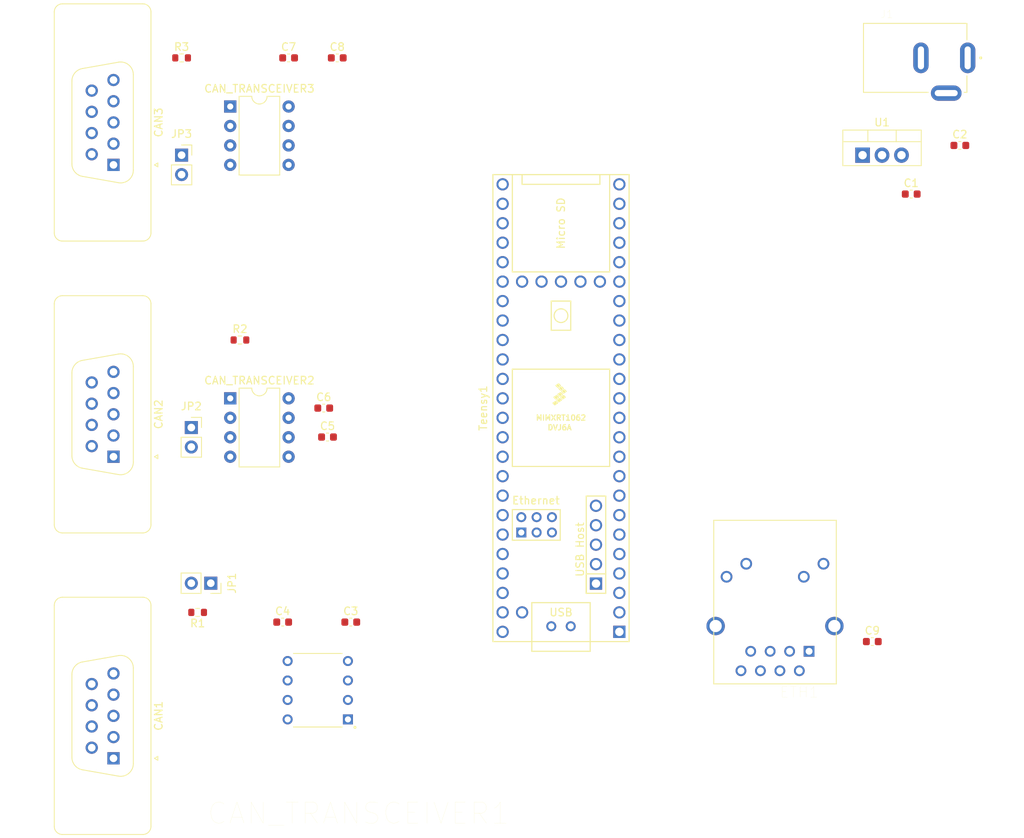
<source format=kicad_pcb>
(kicad_pcb (version 20171130) (host pcbnew 5.1.9-73d0e3b20d~88~ubuntu20.04.1)

  (general
    (thickness 1.6)
    (drawings 0)
    (tracks 1)
    (zones 0)
    (modules 25)
    (nets 103)
  )

  (page A4)
  (layers
    (0 F.Cu signal)
    (31 B.Cu signal)
    (32 B.Adhes user)
    (33 F.Adhes user)
    (34 B.Paste user)
    (35 F.Paste user)
    (36 B.SilkS user)
    (37 F.SilkS user)
    (38 B.Mask user)
    (39 F.Mask user)
    (40 Dwgs.User user)
    (41 Cmts.User user)
    (42 Eco1.User user)
    (43 Eco2.User user)
    (44 Edge.Cuts user)
    (45 Margin user)
    (46 B.CrtYd user)
    (47 F.CrtYd user)
    (48 B.Fab user)
    (49 F.Fab user)
  )

  (setup
    (last_trace_width 0.25)
    (trace_clearance 0.2)
    (zone_clearance 0.508)
    (zone_45_only no)
    (trace_min 0.2)
    (via_size 0.8)
    (via_drill 0.4)
    (via_min_size 0.4)
    (via_min_drill 0.3)
    (uvia_size 0.3)
    (uvia_drill 0.1)
    (uvias_allowed no)
    (uvia_min_size 0.2)
    (uvia_min_drill 0.1)
    (edge_width 0.05)
    (segment_width 0.2)
    (pcb_text_width 0.3)
    (pcb_text_size 1.5 1.5)
    (mod_edge_width 0.12)
    (mod_text_size 1 1)
    (mod_text_width 0.15)
    (pad_size 1.524 1.524)
    (pad_drill 0.762)
    (pad_to_mask_clearance 0)
    (aux_axis_origin 0 0)
    (visible_elements FFFFFF7F)
    (pcbplotparams
      (layerselection 0x010fc_ffffffff)
      (usegerberextensions false)
      (usegerberattributes true)
      (usegerberadvancedattributes true)
      (creategerberjobfile true)
      (excludeedgelayer true)
      (linewidth 0.100000)
      (plotframeref false)
      (viasonmask false)
      (mode 1)
      (useauxorigin false)
      (hpglpennumber 1)
      (hpglpenspeed 20)
      (hpglpendiameter 15.000000)
      (psnegative false)
      (psa4output false)
      (plotreference true)
      (plotvalue true)
      (plotinvisibletext false)
      (padsonsilk false)
      (subtractmaskfromsilk false)
      (outputformat 1)
      (mirror false)
      (drillshape 1)
      (scaleselection 1)
      (outputdirectory ""))
  )

  (net 0 "")
  (net 1 GND)
  (net 2 +5V)
  (net 3 "Net-(CAN1-Pad9)")
  (net 4 "Net-(CAN1-Pad8)")
  (net 5 "Net-(CAN1-Pad7)")
  (net 6 "Net-(CAN1-Pad6)")
  (net 7 "Net-(CAN1-Pad5)")
  (net 8 "Net-(CAN1-Pad4)")
  (net 9 "Net-(CAN1-Pad2)")
  (net 10 "Net-(CAN1-Pad1)")
  (net 11 "Net-(CAN2-Pad9)")
  (net 12 "Net-(CAN2-Pad8)")
  (net 13 "Net-(CAN2-Pad7)")
  (net 14 "Net-(CAN2-Pad6)")
  (net 15 "Net-(CAN2-Pad5)")
  (net 16 "Net-(CAN2-Pad4)")
  (net 17 "Net-(CAN2-Pad2)")
  (net 18 "Net-(CAN2-Pad1)")
  (net 19 "Net-(CAN3-Pad9)")
  (net 20 "Net-(CAN3-Pad8)")
  (net 21 "Net-(CAN3-Pad7)")
  (net 22 "Net-(CAN3-Pad6)")
  (net 23 "Net-(CAN3-Pad5)")
  (net 24 "Net-(CAN3-Pad4)")
  (net 25 "Net-(CAN3-Pad2)")
  (net 26 "Net-(CAN3-Pad1)")
  (net 27 "Net-(CAN_TRANSCEIVER2-Pad8)")
  (net 28 "Net-(Teensy1-Pad49)")
  (net 29 "Net-(Teensy1-Pad59)")
  (net 30 "Net-(Teensy1-Pad58)")
  (net 31 "Net-(Teensy1-Pad57)")
  (net 32 "Net-(Teensy1-Pad56)")
  (net 33 "Net-(Teensy1-Pad55)")
  (net 34 "Net-(Teensy1-Pad43)")
  (net 35 "Net-(Teensy1-Pad42)")
  (net 36 "Net-(Teensy1-Pad41)")
  (net 37 "Net-(Teensy1-Pad40)")
  (net 38 "Net-(Teensy1-Pad39)")
  (net 39 "Net-(Teensy1-Pad38)")
  (net 40 "Net-(Teensy1-Pad37)")
  (net 41 "Net-(Teensy1-Pad36)")
  (net 42 "Net-(Teensy1-Pad35)")
  (net 43 "Net-(Teensy1-Pad1)")
  (net 44 "Net-(Teensy1-Pad4)")
  (net 45 "Net-(Teensy1-Pad5)")
  (net 46 "Net-(Teensy1-Pad6)")
  (net 47 "Net-(Teensy1-Pad7)")
  (net 48 "Net-(Teensy1-Pad8)")
  (net 49 "Net-(Teensy1-Pad9)")
  (net 50 "Net-(Teensy1-Pad10)")
  (net 51 "Net-(Teensy1-Pad11)")
  (net 52 "Net-(Teensy1-Pad12)")
  (net 53 "Net-(Teensy1-Pad13)")
  (net 54 "Net-(Teensy1-Pad34)")
  (net 55 "Net-(Teensy1-Pad33)")
  (net 56 "Net-(Teensy1-Pad32)")
  (net 57 "Net-(Teensy1-Pad31)")
  (net 58 "Net-(Teensy1-Pad30)")
  (net 59 "Net-(Teensy1-Pad29)")
  (net 60 "Net-(Teensy1-Pad28)")
  (net 61 "Net-(Teensy1-Pad27)")
  (net 62 "Net-(Teensy1-Pad26)")
  (net 63 "Net-(Teensy1-Pad25)")
  (net 64 "Net-(Teensy1-Pad24)")
  (net 65 "Net-(Teensy1-Pad21)")
  (net 66 "Net-(Teensy1-Pad14)")
  (net 67 "Net-(Teensy1-Pad15)")
  (net 68 "Net-(Teensy1-Pad16)")
  (net 69 "Net-(Teensy1-Pad20)")
  (net 70 "Net-(Teensy1-Pad19)")
  (net 71 "Net-(Teensy1-Pad18)")
  (net 72 "Net-(Teensy1-Pad17)")
  (net 73 "Net-(Teensy1-Pad50)")
  (net 74 "Net-(Teensy1-Pad51)")
  (net 75 "Net-(Teensy1-Pad52)")
  (net 76 "Net-(Teensy1-Pad53)")
  (net 77 "Net-(Teensy1-Pad54)")
  (net 78 "Net-(Teensy1-Pad67)")
  (net 79 "Net-(Teensy1-Pad66)")
  (net 80 +3.3V)
  (net 81 ETH_R+)
  (net 82 ETH_R-)
  (net 83 ETH_LED)
  (net 84 ETH_GND)
  (net 85 ETH_T+)
  (net 86 ETH_T-)
  (net 87 /+12V)
  (net 88 +3,3V)
  (net 89 CRX2)
  (net 90 CTX2)
  (net 91 "Net-(JP1-Pad1)")
  (net 92 CRX1)
  (net 93 CTX1)
  (net 94 CTX3)
  (net 95 CRX3)
  (net 96 "Net-(ETH1-Pad12)")
  (net 97 "Net-(ETH1-Pad11)")
  (net 98 "Net-(ETH1-Pad7)")
  (net 99 "Net-(C9-Pad1)")
  (net 100 "Net-(CAN_TRANSCEIVER3-Pad8)")
  (net 101 "Net-(JP2-Pad1)")
  (net 102 "Net-(JP3-Pad1)")

  (net_class Default "This is the default net class."
    (clearance 0.2)
    (trace_width 0.25)
    (via_dia 0.8)
    (via_drill 0.4)
    (uvia_dia 0.3)
    (uvia_drill 0.1)
    (add_net +3,3V)
    (add_net +3.3V)
    (add_net +5V)
    (add_net /+12V)
    (add_net CRX1)
    (add_net CRX2)
    (add_net CRX3)
    (add_net CTX1)
    (add_net CTX2)
    (add_net CTX3)
    (add_net ETH_GND)
    (add_net ETH_LED)
    (add_net ETH_R+)
    (add_net ETH_R-)
    (add_net ETH_T+)
    (add_net ETH_T-)
    (add_net GND)
    (add_net "Net-(C9-Pad1)")
    (add_net "Net-(CAN1-Pad1)")
    (add_net "Net-(CAN1-Pad2)")
    (add_net "Net-(CAN1-Pad4)")
    (add_net "Net-(CAN1-Pad5)")
    (add_net "Net-(CAN1-Pad6)")
    (add_net "Net-(CAN1-Pad7)")
    (add_net "Net-(CAN1-Pad8)")
    (add_net "Net-(CAN1-Pad9)")
    (add_net "Net-(CAN2-Pad1)")
    (add_net "Net-(CAN2-Pad2)")
    (add_net "Net-(CAN2-Pad4)")
    (add_net "Net-(CAN2-Pad5)")
    (add_net "Net-(CAN2-Pad6)")
    (add_net "Net-(CAN2-Pad7)")
    (add_net "Net-(CAN2-Pad8)")
    (add_net "Net-(CAN2-Pad9)")
    (add_net "Net-(CAN3-Pad1)")
    (add_net "Net-(CAN3-Pad2)")
    (add_net "Net-(CAN3-Pad4)")
    (add_net "Net-(CAN3-Pad5)")
    (add_net "Net-(CAN3-Pad6)")
    (add_net "Net-(CAN3-Pad7)")
    (add_net "Net-(CAN3-Pad8)")
    (add_net "Net-(CAN3-Pad9)")
    (add_net "Net-(CAN_TRANSCEIVER2-Pad8)")
    (add_net "Net-(CAN_TRANSCEIVER3-Pad8)")
    (add_net "Net-(ETH1-Pad11)")
    (add_net "Net-(ETH1-Pad12)")
    (add_net "Net-(ETH1-Pad7)")
    (add_net "Net-(JP1-Pad1)")
    (add_net "Net-(JP2-Pad1)")
    (add_net "Net-(JP3-Pad1)")
    (add_net "Net-(Teensy1-Pad1)")
    (add_net "Net-(Teensy1-Pad10)")
    (add_net "Net-(Teensy1-Pad11)")
    (add_net "Net-(Teensy1-Pad12)")
    (add_net "Net-(Teensy1-Pad13)")
    (add_net "Net-(Teensy1-Pad14)")
    (add_net "Net-(Teensy1-Pad15)")
    (add_net "Net-(Teensy1-Pad16)")
    (add_net "Net-(Teensy1-Pad17)")
    (add_net "Net-(Teensy1-Pad18)")
    (add_net "Net-(Teensy1-Pad19)")
    (add_net "Net-(Teensy1-Pad20)")
    (add_net "Net-(Teensy1-Pad21)")
    (add_net "Net-(Teensy1-Pad24)")
    (add_net "Net-(Teensy1-Pad25)")
    (add_net "Net-(Teensy1-Pad26)")
    (add_net "Net-(Teensy1-Pad27)")
    (add_net "Net-(Teensy1-Pad28)")
    (add_net "Net-(Teensy1-Pad29)")
    (add_net "Net-(Teensy1-Pad30)")
    (add_net "Net-(Teensy1-Pad31)")
    (add_net "Net-(Teensy1-Pad32)")
    (add_net "Net-(Teensy1-Pad33)")
    (add_net "Net-(Teensy1-Pad34)")
    (add_net "Net-(Teensy1-Pad35)")
    (add_net "Net-(Teensy1-Pad36)")
    (add_net "Net-(Teensy1-Pad37)")
    (add_net "Net-(Teensy1-Pad38)")
    (add_net "Net-(Teensy1-Pad39)")
    (add_net "Net-(Teensy1-Pad4)")
    (add_net "Net-(Teensy1-Pad40)")
    (add_net "Net-(Teensy1-Pad41)")
    (add_net "Net-(Teensy1-Pad42)")
    (add_net "Net-(Teensy1-Pad43)")
    (add_net "Net-(Teensy1-Pad49)")
    (add_net "Net-(Teensy1-Pad5)")
    (add_net "Net-(Teensy1-Pad50)")
    (add_net "Net-(Teensy1-Pad51)")
    (add_net "Net-(Teensy1-Pad52)")
    (add_net "Net-(Teensy1-Pad53)")
    (add_net "Net-(Teensy1-Pad54)")
    (add_net "Net-(Teensy1-Pad55)")
    (add_net "Net-(Teensy1-Pad56)")
    (add_net "Net-(Teensy1-Pad57)")
    (add_net "Net-(Teensy1-Pad58)")
    (add_net "Net-(Teensy1-Pad59)")
    (add_net "Net-(Teensy1-Pad6)")
    (add_net "Net-(Teensy1-Pad66)")
    (add_net "Net-(Teensy1-Pad67)")
    (add_net "Net-(Teensy1-Pad7)")
    (add_net "Net-(Teensy1-Pad8)")
    (add_net "Net-(Teensy1-Pad9)")
  )

  (module Connector_Dsub:DSUB-9_Female_Vertical_P2.77x2.84mm (layer F.Cu) (tedit 59FEDEE2) (tstamp 605533EC)
    (at 62.23 143.51 270)
    (descr "9-pin D-Sub connector, straight/vertical, THT-mount, female, pitch 2.77x2.84mm, distance of mounting holes 25mm, see https://disti-assets.s3.amazonaws.com/tonar/files/datasheets/16730.pdf")
    (tags "9-pin D-Sub connector straight vertical THT female pitch 2.77x2.84mm mounting holes distance 25mm")
    (path /605965E9)
    (fp_text reference CAN1 (at -5.54 -5.89 90) (layer F.SilkS)
      (effects (font (size 1 1) (thickness 0.15)))
    )
    (fp_text value DB9_Female (at -5.54 8.73 90) (layer F.Fab)
      (effects (font (size 1 1) (thickness 0.15)))
    )
    (fp_line (start 10.4 -5.35) (end -21.5 -5.35) (layer F.CrtYd) (width 0.05))
    (fp_line (start 10.4 8.2) (end 10.4 -5.35) (layer F.CrtYd) (width 0.05))
    (fp_line (start -21.5 8.2) (end 10.4 8.2) (layer F.CrtYd) (width 0.05))
    (fp_line (start -21.5 -5.35) (end -21.5 8.2) (layer F.CrtYd) (width 0.05))
    (fp_line (start -13.40647 -0.641744) (end -12.577733 4.058256) (layer F.SilkS) (width 0.12))
    (fp_line (start 2.32647 -0.641744) (end 1.497733 4.058256) (layer F.SilkS) (width 0.12))
    (fp_line (start -10.942952 5.43) (end -0.137048 5.43) (layer F.SilkS) (width 0.12))
    (fp_line (start -11.771689 -2.59) (end 0.691689 -2.59) (layer F.SilkS) (width 0.12))
    (fp_line (start -13.358887 -0.652163) (end -12.53015 4.047837) (layer F.Fab) (width 0.1))
    (fp_line (start 2.278887 -0.652163) (end 1.45015 4.047837) (layer F.Fab) (width 0.1))
    (fp_line (start -10.954457 5.37) (end -0.125543 5.37) (layer F.Fab) (width 0.1))
    (fp_line (start -11.783194 -2.53) (end 0.703194 -2.53) (layer F.Fab) (width 0.1))
    (fp_line (start 0 -5.351325) (end -0.25 -5.784338) (layer F.SilkS) (width 0.12))
    (fp_line (start 0.25 -5.784338) (end 0 -5.351325) (layer F.SilkS) (width 0.12))
    (fp_line (start -0.25 -5.784338) (end 0.25 -5.784338) (layer F.SilkS) (width 0.12))
    (fp_line (start -21.025 6.67) (end -21.025 -3.83) (layer F.SilkS) (width 0.12))
    (fp_line (start 8.885 7.73) (end -19.965 7.73) (layer F.SilkS) (width 0.12))
    (fp_line (start 9.945 -3.83) (end 9.945 6.67) (layer F.SilkS) (width 0.12))
    (fp_line (start -19.965 -4.89) (end 8.885 -4.89) (layer F.SilkS) (width 0.12))
    (fp_line (start -20.965 6.67) (end -20.965 -3.83) (layer F.Fab) (width 0.1))
    (fp_line (start 8.885 7.67) (end -19.965 7.67) (layer F.Fab) (width 0.1))
    (fp_line (start 9.885 -3.83) (end 9.885 6.67) (layer F.Fab) (width 0.1))
    (fp_line (start -19.965 -4.83) (end 8.885 -4.83) (layer F.Fab) (width 0.1))
    (fp_text user %R (at -5.54 1.42 90) (layer F.Fab)
      (effects (font (size 1 1) (thickness 0.15)))
    )
    (fp_arc (start -0.137048 3.77) (end -0.137048 5.43) (angle -80) (layer F.SilkS) (width 0.12))
    (fp_arc (start -10.942952 3.77) (end -10.942952 5.43) (angle 80) (layer F.SilkS) (width 0.12))
    (fp_arc (start 0.691689 -0.93) (end 0.691689 -2.59) (angle 100) (layer F.SilkS) (width 0.12))
    (fp_arc (start -11.771689 -0.93) (end -11.771689 -2.59) (angle -100) (layer F.SilkS) (width 0.12))
    (fp_arc (start -0.125543 3.77) (end -0.125543 5.37) (angle -80) (layer F.Fab) (width 0.1))
    (fp_arc (start -10.954457 3.77) (end -10.954457 5.37) (angle 80) (layer F.Fab) (width 0.1))
    (fp_arc (start 0.703194 -0.93) (end 0.703194 -2.53) (angle 100) (layer F.Fab) (width 0.1))
    (fp_arc (start -11.783194 -0.93) (end -11.783194 -2.53) (angle -100) (layer F.Fab) (width 0.1))
    (fp_arc (start 8.885 6.67) (end 9.945 6.67) (angle 90) (layer F.SilkS) (width 0.12))
    (fp_arc (start -19.965 6.67) (end -21.025 6.67) (angle -90) (layer F.SilkS) (width 0.12))
    (fp_arc (start 8.885 -3.83) (end 8.885 -4.89) (angle 90) (layer F.SilkS) (width 0.12))
    (fp_arc (start -19.965 -3.83) (end -21.025 -3.83) (angle 90) (layer F.SilkS) (width 0.12))
    (fp_arc (start 8.885 6.67) (end 9.885 6.67) (angle 90) (layer F.Fab) (width 0.1))
    (fp_arc (start -19.965 6.67) (end -20.965 6.67) (angle -90) (layer F.Fab) (width 0.1))
    (fp_arc (start 8.885 -3.83) (end 8.885 -4.83) (angle 90) (layer F.Fab) (width 0.1))
    (fp_arc (start -19.965 -3.83) (end -20.965 -3.83) (angle 90) (layer F.Fab) (width 0.1))
    (pad 9 thru_hole circle (at -9.695 2.84 270) (size 1.6 1.6) (drill 1) (layers *.Cu *.Mask)
      (net 3 "Net-(CAN1-Pad9)"))
    (pad 8 thru_hole circle (at -6.925 2.84 270) (size 1.6 1.6) (drill 1) (layers *.Cu *.Mask)
      (net 4 "Net-(CAN1-Pad8)"))
    (pad 7 thru_hole circle (at -4.155 2.84 270) (size 1.6 1.6) (drill 1) (layers *.Cu *.Mask)
      (net 5 "Net-(CAN1-Pad7)"))
    (pad 6 thru_hole circle (at -1.385 2.84 270) (size 1.6 1.6) (drill 1) (layers *.Cu *.Mask)
      (net 6 "Net-(CAN1-Pad6)"))
    (pad 5 thru_hole circle (at -11.08 0 270) (size 1.6 1.6) (drill 1) (layers *.Cu *.Mask)
      (net 7 "Net-(CAN1-Pad5)"))
    (pad 4 thru_hole circle (at -8.31 0 270) (size 1.6 1.6) (drill 1) (layers *.Cu *.Mask)
      (net 8 "Net-(CAN1-Pad4)"))
    (pad 3 thru_hole circle (at -5.54 0 270) (size 1.6 1.6) (drill 1) (layers *.Cu *.Mask)
      (net 1 GND))
    (pad 2 thru_hole circle (at -2.77 0 270) (size 1.6 1.6) (drill 1) (layers *.Cu *.Mask)
      (net 9 "Net-(CAN1-Pad2)"))
    (pad 1 thru_hole rect (at 0 0 270) (size 1.6 1.6) (drill 1) (layers *.Cu *.Mask)
      (net 10 "Net-(CAN1-Pad1)"))
    (model ${KISYS3DMOD}/Connector_Dsub.3dshapes/DSUB-9_Female_Vertical_P2.77x2.84mm.wrl
      (at (xyz 0 0 0))
      (scale (xyz 1 1 1))
      (rotate (xyz 0 0 0))
    )
  )

  (module Resistor_SMD:R_0603_1608Metric (layer F.Cu) (tedit 5F68FEEE) (tstamp 60555EFA)
    (at 78.74 88.9)
    (descr "Resistor SMD 0603 (1608 Metric), square (rectangular) end terminal, IPC_7351 nominal, (Body size source: IPC-SM-782 page 72, https://www.pcb-3d.com/wordpress/wp-content/uploads/ipc-sm-782a_amendment_1_and_2.pdf), generated with kicad-footprint-generator")
    (tags resistor)
    (path /60728969)
    (attr smd)
    (fp_text reference R2 (at 0 -1.43) (layer F.SilkS)
      (effects (font (size 1 1) (thickness 0.15)))
    )
    (fp_text value 120ohm (at 0 1.43) (layer F.Fab)
      (effects (font (size 1 1) (thickness 0.15)))
    )
    (fp_line (start 1.48 0.73) (end -1.48 0.73) (layer F.CrtYd) (width 0.05))
    (fp_line (start 1.48 -0.73) (end 1.48 0.73) (layer F.CrtYd) (width 0.05))
    (fp_line (start -1.48 -0.73) (end 1.48 -0.73) (layer F.CrtYd) (width 0.05))
    (fp_line (start -1.48 0.73) (end -1.48 -0.73) (layer F.CrtYd) (width 0.05))
    (fp_line (start -0.237258 0.5225) (end 0.237258 0.5225) (layer F.SilkS) (width 0.12))
    (fp_line (start -0.237258 -0.5225) (end 0.237258 -0.5225) (layer F.SilkS) (width 0.12))
    (fp_line (start 0.8 0.4125) (end -0.8 0.4125) (layer F.Fab) (width 0.1))
    (fp_line (start 0.8 -0.4125) (end 0.8 0.4125) (layer F.Fab) (width 0.1))
    (fp_line (start -0.8 -0.4125) (end 0.8 -0.4125) (layer F.Fab) (width 0.1))
    (fp_line (start -0.8 0.4125) (end -0.8 -0.4125) (layer F.Fab) (width 0.1))
    (fp_text user %R (at 0 0) (layer F.Fab)
      (effects (font (size 0.4 0.4) (thickness 0.06)))
    )
    (pad 2 smd roundrect (at 0.825 0) (size 0.8 0.95) (layers F.Cu F.Paste F.Mask) (roundrect_rratio 0.25)
      (net 13 "Net-(CAN2-Pad7)"))
    (pad 1 smd roundrect (at -0.825 0) (size 0.8 0.95) (layers F.Cu F.Paste F.Mask) (roundrect_rratio 0.25)
      (net 101 "Net-(JP2-Pad1)"))
    (model ${KISYS3DMOD}/Resistor_SMD.3dshapes/R_0603_1608Metric.wrl
      (at (xyz 0 0 0))
      (scale (xyz 1 1 1))
      (rotate (xyz 0 0 0))
    )
  )

  (module Resistor_SMD:R_0603_1608Metric (layer F.Cu) (tedit 5F68FEEE) (tstamp 60555EE9)
    (at 73.215 124.46 180)
    (descr "Resistor SMD 0603 (1608 Metric), square (rectangular) end terminal, IPC_7351 nominal, (Body size source: IPC-SM-782 page 72, https://www.pcb-3d.com/wordpress/wp-content/uploads/ipc-sm-782a_amendment_1_and_2.pdf), generated with kicad-footprint-generator")
    (tags resistor)
    (path /6076570E)
    (attr smd)
    (fp_text reference R1 (at 0 -1.43) (layer F.SilkS)
      (effects (font (size 1 1) (thickness 0.15)))
    )
    (fp_text value 120ohm (at 0 1.43) (layer F.Fab)
      (effects (font (size 1 1) (thickness 0.15)))
    )
    (fp_line (start 1.48 0.73) (end -1.48 0.73) (layer F.CrtYd) (width 0.05))
    (fp_line (start 1.48 -0.73) (end 1.48 0.73) (layer F.CrtYd) (width 0.05))
    (fp_line (start -1.48 -0.73) (end 1.48 -0.73) (layer F.CrtYd) (width 0.05))
    (fp_line (start -1.48 0.73) (end -1.48 -0.73) (layer F.CrtYd) (width 0.05))
    (fp_line (start -0.237258 0.5225) (end 0.237258 0.5225) (layer F.SilkS) (width 0.12))
    (fp_line (start -0.237258 -0.5225) (end 0.237258 -0.5225) (layer F.SilkS) (width 0.12))
    (fp_line (start 0.8 0.4125) (end -0.8 0.4125) (layer F.Fab) (width 0.1))
    (fp_line (start 0.8 -0.4125) (end 0.8 0.4125) (layer F.Fab) (width 0.1))
    (fp_line (start -0.8 -0.4125) (end 0.8 -0.4125) (layer F.Fab) (width 0.1))
    (fp_line (start -0.8 0.4125) (end -0.8 -0.4125) (layer F.Fab) (width 0.1))
    (fp_text user %R (at 0 0) (layer F.Fab)
      (effects (font (size 0.4 0.4) (thickness 0.06)))
    )
    (pad 2 smd roundrect (at 0.825 0 180) (size 0.8 0.95) (layers F.Cu F.Paste F.Mask) (roundrect_rratio 0.25)
      (net 5 "Net-(CAN1-Pad7)"))
    (pad 1 smd roundrect (at -0.825 0 180) (size 0.8 0.95) (layers F.Cu F.Paste F.Mask) (roundrect_rratio 0.25)
      (net 91 "Net-(JP1-Pad1)"))
    (model ${KISYS3DMOD}/Resistor_SMD.3dshapes/R_0603_1608Metric.wrl
      (at (xyz 0 0 0))
      (scale (xyz 1 1 1))
      (rotate (xyz 0 0 0))
    )
  )

  (module Connector_PinSocket_2.54mm:PinSocket_1x02_P2.54mm_Vertical (layer F.Cu) (tedit 5A19A420) (tstamp 60555EC3)
    (at 72.39 100.33)
    (descr "Through hole straight socket strip, 1x02, 2.54mm pitch, single row (from Kicad 4.0.7), script generated")
    (tags "Through hole socket strip THT 1x02 2.54mm single row")
    (path /6072896F)
    (fp_text reference JP2 (at 0 -2.77) (layer F.SilkS)
      (effects (font (size 1 1) (thickness 0.15)))
    )
    (fp_text value Jumper (at 0 5.31) (layer F.Fab)
      (effects (font (size 1 1) (thickness 0.15)))
    )
    (fp_line (start -1.8 4.3) (end -1.8 -1.8) (layer F.CrtYd) (width 0.05))
    (fp_line (start 1.75 4.3) (end -1.8 4.3) (layer F.CrtYd) (width 0.05))
    (fp_line (start 1.75 -1.8) (end 1.75 4.3) (layer F.CrtYd) (width 0.05))
    (fp_line (start -1.8 -1.8) (end 1.75 -1.8) (layer F.CrtYd) (width 0.05))
    (fp_line (start 0 -1.33) (end 1.33 -1.33) (layer F.SilkS) (width 0.12))
    (fp_line (start 1.33 -1.33) (end 1.33 0) (layer F.SilkS) (width 0.12))
    (fp_line (start 1.33 1.27) (end 1.33 3.87) (layer F.SilkS) (width 0.12))
    (fp_line (start -1.33 3.87) (end 1.33 3.87) (layer F.SilkS) (width 0.12))
    (fp_line (start -1.33 1.27) (end -1.33 3.87) (layer F.SilkS) (width 0.12))
    (fp_line (start -1.33 1.27) (end 1.33 1.27) (layer F.SilkS) (width 0.12))
    (fp_line (start -1.27 3.81) (end -1.27 -1.27) (layer F.Fab) (width 0.1))
    (fp_line (start 1.27 3.81) (end -1.27 3.81) (layer F.Fab) (width 0.1))
    (fp_line (start 1.27 -0.635) (end 1.27 3.81) (layer F.Fab) (width 0.1))
    (fp_line (start 0.635 -1.27) (end 1.27 -0.635) (layer F.Fab) (width 0.1))
    (fp_line (start -1.27 -1.27) (end 0.635 -1.27) (layer F.Fab) (width 0.1))
    (fp_text user %R (at 0 1.27 90) (layer F.Fab)
      (effects (font (size 1 1) (thickness 0.15)))
    )
    (pad 2 thru_hole oval (at 0 2.54) (size 1.7 1.7) (drill 1) (layers *.Cu *.Mask)
      (net 17 "Net-(CAN2-Pad2)"))
    (pad 1 thru_hole rect (at 0 0) (size 1.7 1.7) (drill 1) (layers *.Cu *.Mask)
      (net 101 "Net-(JP2-Pad1)"))
    (model ${KISYS3DMOD}/Connector_PinSocket_2.54mm.3dshapes/PinSocket_1x02_P2.54mm_Vertical.wrl
      (at (xyz 0 0 0))
      (scale (xyz 1 1 1))
      (rotate (xyz 0 0 0))
    )
  )

  (module Connector_PinSocket_2.54mm:PinSocket_1x02_P2.54mm_Vertical (layer F.Cu) (tedit 5A19A420) (tstamp 60555EAD)
    (at 74.93 120.65 270)
    (descr "Through hole straight socket strip, 1x02, 2.54mm pitch, single row (from Kicad 4.0.7), script generated")
    (tags "Through hole socket strip THT 1x02 2.54mm single row")
    (path /60765714)
    (fp_text reference JP1 (at 0 -2.77 90) (layer F.SilkS)
      (effects (font (size 1 1) (thickness 0.15)))
    )
    (fp_text value Jumper (at 0 5.31 90) (layer F.Fab)
      (effects (font (size 1 1) (thickness 0.15)))
    )
    (fp_line (start -1.8 4.3) (end -1.8 -1.8) (layer F.CrtYd) (width 0.05))
    (fp_line (start 1.75 4.3) (end -1.8 4.3) (layer F.CrtYd) (width 0.05))
    (fp_line (start 1.75 -1.8) (end 1.75 4.3) (layer F.CrtYd) (width 0.05))
    (fp_line (start -1.8 -1.8) (end 1.75 -1.8) (layer F.CrtYd) (width 0.05))
    (fp_line (start 0 -1.33) (end 1.33 -1.33) (layer F.SilkS) (width 0.12))
    (fp_line (start 1.33 -1.33) (end 1.33 0) (layer F.SilkS) (width 0.12))
    (fp_line (start 1.33 1.27) (end 1.33 3.87) (layer F.SilkS) (width 0.12))
    (fp_line (start -1.33 3.87) (end 1.33 3.87) (layer F.SilkS) (width 0.12))
    (fp_line (start -1.33 1.27) (end -1.33 3.87) (layer F.SilkS) (width 0.12))
    (fp_line (start -1.33 1.27) (end 1.33 1.27) (layer F.SilkS) (width 0.12))
    (fp_line (start -1.27 3.81) (end -1.27 -1.27) (layer F.Fab) (width 0.1))
    (fp_line (start 1.27 3.81) (end -1.27 3.81) (layer F.Fab) (width 0.1))
    (fp_line (start 1.27 -0.635) (end 1.27 3.81) (layer F.Fab) (width 0.1))
    (fp_line (start 0.635 -1.27) (end 1.27 -0.635) (layer F.Fab) (width 0.1))
    (fp_line (start -1.27 -1.27) (end 0.635 -1.27) (layer F.Fab) (width 0.1))
    (fp_text user %R (at 0 1.27) (layer F.Fab)
      (effects (font (size 1 1) (thickness 0.15)))
    )
    (pad 2 thru_hole oval (at 0 2.54 270) (size 1.7 1.7) (drill 1) (layers *.Cu *.Mask)
      (net 9 "Net-(CAN1-Pad2)"))
    (pad 1 thru_hole rect (at 0 0 270) (size 1.7 1.7) (drill 1) (layers *.Cu *.Mask)
      (net 91 "Net-(JP1-Pad1)"))
    (model ${KISYS3DMOD}/Connector_PinSocket_2.54mm.3dshapes/PinSocket_1x02_P2.54mm_Vertical.wrl
      (at (xyz 0 0 0))
      (scale (xyz 1 1 1))
      (rotate (xyz 0 0 0))
    )
  )

  (module Package_DIP:DIP-8_W7.62mm (layer F.Cu) (tedit 5A02E8C5) (tstamp 60555E07)
    (at 77.47 96.52)
    (descr "8-lead though-hole mounted DIP package, row spacing 7.62 mm (300 mils)")
    (tags "THT DIP DIL PDIP 2.54mm 7.62mm 300mil")
    (path /60728981)
    (fp_text reference CAN_TRANSCEIVER2 (at 3.81 -2.33) (layer F.SilkS)
      (effects (font (size 1 1) (thickness 0.15)))
    )
    (fp_text value MCP2562-E-P (at 3.81 9.95) (layer F.Fab)
      (effects (font (size 1 1) (thickness 0.15)))
    )
    (fp_line (start 8.7 -1.55) (end -1.1 -1.55) (layer F.CrtYd) (width 0.05))
    (fp_line (start 8.7 9.15) (end 8.7 -1.55) (layer F.CrtYd) (width 0.05))
    (fp_line (start -1.1 9.15) (end 8.7 9.15) (layer F.CrtYd) (width 0.05))
    (fp_line (start -1.1 -1.55) (end -1.1 9.15) (layer F.CrtYd) (width 0.05))
    (fp_line (start 6.46 -1.33) (end 4.81 -1.33) (layer F.SilkS) (width 0.12))
    (fp_line (start 6.46 8.95) (end 6.46 -1.33) (layer F.SilkS) (width 0.12))
    (fp_line (start 1.16 8.95) (end 6.46 8.95) (layer F.SilkS) (width 0.12))
    (fp_line (start 1.16 -1.33) (end 1.16 8.95) (layer F.SilkS) (width 0.12))
    (fp_line (start 2.81 -1.33) (end 1.16 -1.33) (layer F.SilkS) (width 0.12))
    (fp_line (start 0.635 -0.27) (end 1.635 -1.27) (layer F.Fab) (width 0.1))
    (fp_line (start 0.635 8.89) (end 0.635 -0.27) (layer F.Fab) (width 0.1))
    (fp_line (start 6.985 8.89) (end 0.635 8.89) (layer F.Fab) (width 0.1))
    (fp_line (start 6.985 -1.27) (end 6.985 8.89) (layer F.Fab) (width 0.1))
    (fp_line (start 1.635 -1.27) (end 6.985 -1.27) (layer F.Fab) (width 0.1))
    (fp_text user %R (at 3.81 3.81) (layer F.Fab)
      (effects (font (size 1 1) (thickness 0.15)))
    )
    (fp_arc (start 3.81 -1.33) (end 2.81 -1.33) (angle -180) (layer F.SilkS) (width 0.12))
    (pad 8 thru_hole oval (at 7.62 0) (size 1.6 1.6) (drill 0.8) (layers *.Cu *.Mask)
      (net 27 "Net-(CAN_TRANSCEIVER2-Pad8)"))
    (pad 4 thru_hole oval (at 0 7.62) (size 1.6 1.6) (drill 0.8) (layers *.Cu *.Mask)
      (net 89 CRX2))
    (pad 7 thru_hole oval (at 7.62 2.54) (size 1.6 1.6) (drill 0.8) (layers *.Cu *.Mask)
      (net 13 "Net-(CAN2-Pad7)"))
    (pad 3 thru_hole oval (at 0 5.08) (size 1.6 1.6) (drill 0.8) (layers *.Cu *.Mask)
      (net 2 +5V))
    (pad 6 thru_hole oval (at 7.62 5.08) (size 1.6 1.6) (drill 0.8) (layers *.Cu *.Mask)
      (net 17 "Net-(CAN2-Pad2)"))
    (pad 2 thru_hole oval (at 0 2.54) (size 1.6 1.6) (drill 0.8) (layers *.Cu *.Mask)
      (net 1 GND))
    (pad 5 thru_hole oval (at 7.62 7.62) (size 1.6 1.6) (drill 0.8) (layers *.Cu *.Mask)
      (net 88 +3,3V))
    (pad 1 thru_hole rect (at 0 0) (size 1.6 1.6) (drill 0.8) (layers *.Cu *.Mask)
      (net 90 CTX2))
    (model ${KISYS3DMOD}/Package_DIP.3dshapes/DIP-8_W7.62mm.wrl
      (at (xyz 0 0 0))
      (scale (xyz 1 1 1))
      (rotate (xyz 0 0 0))
    )
  )

  (module Connector_Dsub:DSUB-9_Female_Vertical_P2.77x2.84mm (layer F.Cu) (tedit 59FEDEE2) (tstamp 60555D59)
    (at 62.23 104.14 270)
    (descr "9-pin D-Sub connector, straight/vertical, THT-mount, female, pitch 2.77x2.84mm, distance of mounting holes 25mm, see https://disti-assets.s3.amazonaws.com/tonar/files/datasheets/16730.pdf")
    (tags "9-pin D-Sub connector straight vertical THT female pitch 2.77x2.84mm mounting holes distance 25mm")
    (path /60728950)
    (fp_text reference CAN2 (at -5.54 -5.89 90) (layer F.SilkS)
      (effects (font (size 1 1) (thickness 0.15)))
    )
    (fp_text value DB9_Female (at -5.54 8.73 90) (layer F.Fab)
      (effects (font (size 1 1) (thickness 0.15)))
    )
    (fp_line (start 10.4 -5.35) (end -21.5 -5.35) (layer F.CrtYd) (width 0.05))
    (fp_line (start 10.4 8.2) (end 10.4 -5.35) (layer F.CrtYd) (width 0.05))
    (fp_line (start -21.5 8.2) (end 10.4 8.2) (layer F.CrtYd) (width 0.05))
    (fp_line (start -21.5 -5.35) (end -21.5 8.2) (layer F.CrtYd) (width 0.05))
    (fp_line (start -13.40647 -0.641744) (end -12.577733 4.058256) (layer F.SilkS) (width 0.12))
    (fp_line (start 2.32647 -0.641744) (end 1.497733 4.058256) (layer F.SilkS) (width 0.12))
    (fp_line (start -10.942952 5.43) (end -0.137048 5.43) (layer F.SilkS) (width 0.12))
    (fp_line (start -11.771689 -2.59) (end 0.691689 -2.59) (layer F.SilkS) (width 0.12))
    (fp_line (start -13.358887 -0.652163) (end -12.53015 4.047837) (layer F.Fab) (width 0.1))
    (fp_line (start 2.278887 -0.652163) (end 1.45015 4.047837) (layer F.Fab) (width 0.1))
    (fp_line (start -10.954457 5.37) (end -0.125543 5.37) (layer F.Fab) (width 0.1))
    (fp_line (start -11.783194 -2.53) (end 0.703194 -2.53) (layer F.Fab) (width 0.1))
    (fp_line (start 0 -5.351325) (end -0.25 -5.784338) (layer F.SilkS) (width 0.12))
    (fp_line (start 0.25 -5.784338) (end 0 -5.351325) (layer F.SilkS) (width 0.12))
    (fp_line (start -0.25 -5.784338) (end 0.25 -5.784338) (layer F.SilkS) (width 0.12))
    (fp_line (start -21.025 6.67) (end -21.025 -3.83) (layer F.SilkS) (width 0.12))
    (fp_line (start 8.885 7.73) (end -19.965 7.73) (layer F.SilkS) (width 0.12))
    (fp_line (start 9.945 -3.83) (end 9.945 6.67) (layer F.SilkS) (width 0.12))
    (fp_line (start -19.965 -4.89) (end 8.885 -4.89) (layer F.SilkS) (width 0.12))
    (fp_line (start -20.965 6.67) (end -20.965 -3.83) (layer F.Fab) (width 0.1))
    (fp_line (start 8.885 7.67) (end -19.965 7.67) (layer F.Fab) (width 0.1))
    (fp_line (start 9.885 -3.83) (end 9.885 6.67) (layer F.Fab) (width 0.1))
    (fp_line (start -19.965 -4.83) (end 8.885 -4.83) (layer F.Fab) (width 0.1))
    (fp_text user %R (at -5.54 1.42 90) (layer F.Fab)
      (effects (font (size 1 1) (thickness 0.15)))
    )
    (fp_arc (start -0.137048 3.77) (end -0.137048 5.43) (angle -80) (layer F.SilkS) (width 0.12))
    (fp_arc (start -10.942952 3.77) (end -10.942952 5.43) (angle 80) (layer F.SilkS) (width 0.12))
    (fp_arc (start 0.691689 -0.93) (end 0.691689 -2.59) (angle 100) (layer F.SilkS) (width 0.12))
    (fp_arc (start -11.771689 -0.93) (end -11.771689 -2.59) (angle -100) (layer F.SilkS) (width 0.12))
    (fp_arc (start -0.125543 3.77) (end -0.125543 5.37) (angle -80) (layer F.Fab) (width 0.1))
    (fp_arc (start -10.954457 3.77) (end -10.954457 5.37) (angle 80) (layer F.Fab) (width 0.1))
    (fp_arc (start 0.703194 -0.93) (end 0.703194 -2.53) (angle 100) (layer F.Fab) (width 0.1))
    (fp_arc (start -11.783194 -0.93) (end -11.783194 -2.53) (angle -100) (layer F.Fab) (width 0.1))
    (fp_arc (start 8.885 6.67) (end 9.945 6.67) (angle 90) (layer F.SilkS) (width 0.12))
    (fp_arc (start -19.965 6.67) (end -21.025 6.67) (angle -90) (layer F.SilkS) (width 0.12))
    (fp_arc (start 8.885 -3.83) (end 8.885 -4.89) (angle 90) (layer F.SilkS) (width 0.12))
    (fp_arc (start -19.965 -3.83) (end -21.025 -3.83) (angle 90) (layer F.SilkS) (width 0.12))
    (fp_arc (start 8.885 6.67) (end 9.885 6.67) (angle 90) (layer F.Fab) (width 0.1))
    (fp_arc (start -19.965 6.67) (end -20.965 6.67) (angle -90) (layer F.Fab) (width 0.1))
    (fp_arc (start 8.885 -3.83) (end 8.885 -4.83) (angle 90) (layer F.Fab) (width 0.1))
    (fp_arc (start -19.965 -3.83) (end -20.965 -3.83) (angle 90) (layer F.Fab) (width 0.1))
    (pad 9 thru_hole circle (at -9.695 2.84 270) (size 1.6 1.6) (drill 1) (layers *.Cu *.Mask)
      (net 11 "Net-(CAN2-Pad9)"))
    (pad 8 thru_hole circle (at -6.925 2.84 270) (size 1.6 1.6) (drill 1) (layers *.Cu *.Mask)
      (net 12 "Net-(CAN2-Pad8)"))
    (pad 7 thru_hole circle (at -4.155 2.84 270) (size 1.6 1.6) (drill 1) (layers *.Cu *.Mask)
      (net 13 "Net-(CAN2-Pad7)"))
    (pad 6 thru_hole circle (at -1.385 2.84 270) (size 1.6 1.6) (drill 1) (layers *.Cu *.Mask)
      (net 14 "Net-(CAN2-Pad6)"))
    (pad 5 thru_hole circle (at -11.08 0 270) (size 1.6 1.6) (drill 1) (layers *.Cu *.Mask)
      (net 15 "Net-(CAN2-Pad5)"))
    (pad 4 thru_hole circle (at -8.31 0 270) (size 1.6 1.6) (drill 1) (layers *.Cu *.Mask)
      (net 16 "Net-(CAN2-Pad4)"))
    (pad 3 thru_hole circle (at -5.54 0 270) (size 1.6 1.6) (drill 1) (layers *.Cu *.Mask)
      (net 1 GND))
    (pad 2 thru_hole circle (at -2.77 0 270) (size 1.6 1.6) (drill 1) (layers *.Cu *.Mask)
      (net 17 "Net-(CAN2-Pad2)"))
    (pad 1 thru_hole rect (at 0 0 270) (size 1.6 1.6) (drill 1) (layers *.Cu *.Mask)
      (net 18 "Net-(CAN2-Pad1)"))
    (model ${KISYS3DMOD}/Connector_Dsub.3dshapes/DSUB-9_Female_Vertical_P2.77x2.84mm.wrl
      (at (xyz 0 0 0))
      (scale (xyz 1 1 1))
      (rotate (xyz 0 0 0))
    )
  )

  (module Capacitor_SMD:C_0603_1608Metric (layer F.Cu) (tedit 5F68FEEE) (tstamp 60555C8C)
    (at 89.675 97.79)
    (descr "Capacitor SMD 0603 (1608 Metric), square (rectangular) end terminal, IPC_7351 nominal, (Body size source: IPC-SM-782 page 76, https://www.pcb-3d.com/wordpress/wp-content/uploads/ipc-sm-782a_amendment_1_and_2.pdf), generated with kicad-footprint-generator")
    (tags capacitor)
    (path /6072897B)
    (attr smd)
    (fp_text reference C6 (at 0 -1.43) (layer F.SilkS)
      (effects (font (size 1 1) (thickness 0.15)))
    )
    (fp_text value 0.10uF (at 0 1.43) (layer F.Fab)
      (effects (font (size 1 1) (thickness 0.15)))
    )
    (fp_line (start 1.48 0.73) (end -1.48 0.73) (layer F.CrtYd) (width 0.05))
    (fp_line (start 1.48 -0.73) (end 1.48 0.73) (layer F.CrtYd) (width 0.05))
    (fp_line (start -1.48 -0.73) (end 1.48 -0.73) (layer F.CrtYd) (width 0.05))
    (fp_line (start -1.48 0.73) (end -1.48 -0.73) (layer F.CrtYd) (width 0.05))
    (fp_line (start -0.14058 0.51) (end 0.14058 0.51) (layer F.SilkS) (width 0.12))
    (fp_line (start -0.14058 -0.51) (end 0.14058 -0.51) (layer F.SilkS) (width 0.12))
    (fp_line (start 0.8 0.4) (end -0.8 0.4) (layer F.Fab) (width 0.1))
    (fp_line (start 0.8 -0.4) (end 0.8 0.4) (layer F.Fab) (width 0.1))
    (fp_line (start -0.8 -0.4) (end 0.8 -0.4) (layer F.Fab) (width 0.1))
    (fp_line (start -0.8 0.4) (end -0.8 -0.4) (layer F.Fab) (width 0.1))
    (fp_text user %R (at 0 0) (layer F.Fab)
      (effects (font (size 0.4 0.4) (thickness 0.06)))
    )
    (pad 2 smd roundrect (at 0.775 0) (size 0.9 0.95) (layers F.Cu F.Paste F.Mask) (roundrect_rratio 0.25)
      (net 1 GND))
    (pad 1 smd roundrect (at -0.775 0) (size 0.9 0.95) (layers F.Cu F.Paste F.Mask) (roundrect_rratio 0.25)
      (net 88 +3,3V))
    (model ${KISYS3DMOD}/Capacitor_SMD.3dshapes/C_0603_1608Metric.wrl
      (at (xyz 0 0 0))
      (scale (xyz 1 1 1))
      (rotate (xyz 0 0 0))
    )
  )

  (module Capacitor_SMD:C_0603_1608Metric (layer F.Cu) (tedit 5F68FEEE) (tstamp 60555C7B)
    (at 90.17 101.57)
    (descr "Capacitor SMD 0603 (1608 Metric), square (rectangular) end terminal, IPC_7351 nominal, (Body size source: IPC-SM-782 page 76, https://www.pcb-3d.com/wordpress/wp-content/uploads/ipc-sm-782a_amendment_1_and_2.pdf), generated with kicad-footprint-generator")
    (tags capacitor)
    (path /6072895A)
    (attr smd)
    (fp_text reference C5 (at 0 -1.43) (layer F.SilkS)
      (effects (font (size 1 1) (thickness 0.15)))
    )
    (fp_text value 0.10uF (at 0 1.43) (layer F.Fab)
      (effects (font (size 1 1) (thickness 0.15)))
    )
    (fp_line (start 1.48 0.73) (end -1.48 0.73) (layer F.CrtYd) (width 0.05))
    (fp_line (start 1.48 -0.73) (end 1.48 0.73) (layer F.CrtYd) (width 0.05))
    (fp_line (start -1.48 -0.73) (end 1.48 -0.73) (layer F.CrtYd) (width 0.05))
    (fp_line (start -1.48 0.73) (end -1.48 -0.73) (layer F.CrtYd) (width 0.05))
    (fp_line (start -0.14058 0.51) (end 0.14058 0.51) (layer F.SilkS) (width 0.12))
    (fp_line (start -0.14058 -0.51) (end 0.14058 -0.51) (layer F.SilkS) (width 0.12))
    (fp_line (start 0.8 0.4) (end -0.8 0.4) (layer F.Fab) (width 0.1))
    (fp_line (start 0.8 -0.4) (end 0.8 0.4) (layer F.Fab) (width 0.1))
    (fp_line (start -0.8 -0.4) (end 0.8 -0.4) (layer F.Fab) (width 0.1))
    (fp_line (start -0.8 0.4) (end -0.8 -0.4) (layer F.Fab) (width 0.1))
    (fp_text user %R (at 0 0) (layer F.Fab)
      (effects (font (size 0.4 0.4) (thickness 0.06)))
    )
    (pad 2 smd roundrect (at 0.775 0) (size 0.9 0.95) (layers F.Cu F.Paste F.Mask) (roundrect_rratio 0.25)
      (net 2 +5V))
    (pad 1 smd roundrect (at -0.775 0) (size 0.9 0.95) (layers F.Cu F.Paste F.Mask) (roundrect_rratio 0.25)
      (net 1 GND))
    (model ${KISYS3DMOD}/Capacitor_SMD.3dshapes/C_0603_1608Metric.wrl
      (at (xyz 0 0 0))
      (scale (xyz 1 1 1))
      (rotate (xyz 0 0 0))
    )
  )

  (module Capacitor_SMD:C_0603_1608Metric (layer F.Cu) (tedit 5F68FEEE) (tstamp 60555C6A)
    (at 84.315 125.73)
    (descr "Capacitor SMD 0603 (1608 Metric), square (rectangular) end terminal, IPC_7351 nominal, (Body size source: IPC-SM-782 page 76, https://www.pcb-3d.com/wordpress/wp-content/uploads/ipc-sm-782a_amendment_1_and_2.pdf), generated with kicad-footprint-generator")
    (tags capacitor)
    (path /605CA450)
    (attr smd)
    (fp_text reference C4 (at 0 -1.43) (layer F.SilkS)
      (effects (font (size 1 1) (thickness 0.15)))
    )
    (fp_text value 0.10uF (at 0 1.43) (layer F.Fab)
      (effects (font (size 1 1) (thickness 0.15)))
    )
    (fp_line (start 1.48 0.73) (end -1.48 0.73) (layer F.CrtYd) (width 0.05))
    (fp_line (start 1.48 -0.73) (end 1.48 0.73) (layer F.CrtYd) (width 0.05))
    (fp_line (start -1.48 -0.73) (end 1.48 -0.73) (layer F.CrtYd) (width 0.05))
    (fp_line (start -1.48 0.73) (end -1.48 -0.73) (layer F.CrtYd) (width 0.05))
    (fp_line (start -0.14058 0.51) (end 0.14058 0.51) (layer F.SilkS) (width 0.12))
    (fp_line (start -0.14058 -0.51) (end 0.14058 -0.51) (layer F.SilkS) (width 0.12))
    (fp_line (start 0.8 0.4) (end -0.8 0.4) (layer F.Fab) (width 0.1))
    (fp_line (start 0.8 -0.4) (end 0.8 0.4) (layer F.Fab) (width 0.1))
    (fp_line (start -0.8 -0.4) (end 0.8 -0.4) (layer F.Fab) (width 0.1))
    (fp_line (start -0.8 0.4) (end -0.8 -0.4) (layer F.Fab) (width 0.1))
    (fp_text user %R (at 0 0) (layer F.Fab)
      (effects (font (size 0.4 0.4) (thickness 0.06)))
    )
    (pad 2 smd roundrect (at 0.775 0) (size 0.9 0.95) (layers F.Cu F.Paste F.Mask) (roundrect_rratio 0.25)
      (net 1 GND))
    (pad 1 smd roundrect (at -0.775 0) (size 0.9 0.95) (layers F.Cu F.Paste F.Mask) (roundrect_rratio 0.25)
      (net 88 +3,3V))
    (model ${KISYS3DMOD}/Capacitor_SMD.3dshapes/C_0603_1608Metric.wrl
      (at (xyz 0 0 0))
      (scale (xyz 1 1 1))
      (rotate (xyz 0 0 0))
    )
  )

  (module Capacitor_SMD:C_0603_1608Metric (layer F.Cu) (tedit 5F68FEEE) (tstamp 60555C59)
    (at 93.205 125.73)
    (descr "Capacitor SMD 0603 (1608 Metric), square (rectangular) end terminal, IPC_7351 nominal, (Body size source: IPC-SM-782 page 76, https://www.pcb-3d.com/wordpress/wp-content/uploads/ipc-sm-782a_amendment_1_and_2.pdf), generated with kicad-footprint-generator")
    (tags capacitor)
    (path /605D4261)
    (attr smd)
    (fp_text reference C3 (at 0 -1.43) (layer F.SilkS)
      (effects (font (size 1 1) (thickness 0.15)))
    )
    (fp_text value 0.10uF (at 0 1.43) (layer F.Fab)
      (effects (font (size 1 1) (thickness 0.15)))
    )
    (fp_line (start 1.48 0.73) (end -1.48 0.73) (layer F.CrtYd) (width 0.05))
    (fp_line (start 1.48 -0.73) (end 1.48 0.73) (layer F.CrtYd) (width 0.05))
    (fp_line (start -1.48 -0.73) (end 1.48 -0.73) (layer F.CrtYd) (width 0.05))
    (fp_line (start -1.48 0.73) (end -1.48 -0.73) (layer F.CrtYd) (width 0.05))
    (fp_line (start -0.14058 0.51) (end 0.14058 0.51) (layer F.SilkS) (width 0.12))
    (fp_line (start -0.14058 -0.51) (end 0.14058 -0.51) (layer F.SilkS) (width 0.12))
    (fp_line (start 0.8 0.4) (end -0.8 0.4) (layer F.Fab) (width 0.1))
    (fp_line (start 0.8 -0.4) (end 0.8 0.4) (layer F.Fab) (width 0.1))
    (fp_line (start -0.8 -0.4) (end 0.8 -0.4) (layer F.Fab) (width 0.1))
    (fp_line (start -0.8 0.4) (end -0.8 -0.4) (layer F.Fab) (width 0.1))
    (fp_text user %R (at 0 0) (layer F.Fab)
      (effects (font (size 0.4 0.4) (thickness 0.06)))
    )
    (pad 2 smd roundrect (at 0.775 0) (size 0.9 0.95) (layers F.Cu F.Paste F.Mask) (roundrect_rratio 0.25)
      (net 1 GND))
    (pad 1 smd roundrect (at -0.775 0) (size 0.9 0.95) (layers F.Cu F.Paste F.Mask) (roundrect_rratio 0.25)
      (net 2 +5V))
    (model ${KISYS3DMOD}/Capacitor_SMD.3dshapes/C_0603_1608Metric.wrl
      (at (xyz 0 0 0))
      (scale (xyz 1 1 1))
      (rotate (xyz 0 0 0))
    )
  )

  (module Connector_PinSocket_2.54mm:PinSocket_1x02_P2.54mm_Vertical (layer F.Cu) (tedit 5A19A420) (tstamp 605534CA)
    (at 71.12 64.77)
    (descr "Through hole straight socket strip, 1x02, 2.54mm pitch, single row (from Kicad 4.0.7), script generated")
    (tags "Through hole socket strip THT 1x02 2.54mm single row")
    (path /6076BF00)
    (fp_text reference JP3 (at 0 -2.77) (layer F.SilkS)
      (effects (font (size 1 1) (thickness 0.15)))
    )
    (fp_text value Jumper (at 0 5.31) (layer F.Fab)
      (effects (font (size 1 1) (thickness 0.15)))
    )
    (fp_line (start -1.8 4.3) (end -1.8 -1.8) (layer F.CrtYd) (width 0.05))
    (fp_line (start 1.75 4.3) (end -1.8 4.3) (layer F.CrtYd) (width 0.05))
    (fp_line (start 1.75 -1.8) (end 1.75 4.3) (layer F.CrtYd) (width 0.05))
    (fp_line (start -1.8 -1.8) (end 1.75 -1.8) (layer F.CrtYd) (width 0.05))
    (fp_line (start 0 -1.33) (end 1.33 -1.33) (layer F.SilkS) (width 0.12))
    (fp_line (start 1.33 -1.33) (end 1.33 0) (layer F.SilkS) (width 0.12))
    (fp_line (start 1.33 1.27) (end 1.33 3.87) (layer F.SilkS) (width 0.12))
    (fp_line (start -1.33 3.87) (end 1.33 3.87) (layer F.SilkS) (width 0.12))
    (fp_line (start -1.33 1.27) (end -1.33 3.87) (layer F.SilkS) (width 0.12))
    (fp_line (start -1.33 1.27) (end 1.33 1.27) (layer F.SilkS) (width 0.12))
    (fp_line (start -1.27 3.81) (end -1.27 -1.27) (layer F.Fab) (width 0.1))
    (fp_line (start 1.27 3.81) (end -1.27 3.81) (layer F.Fab) (width 0.1))
    (fp_line (start 1.27 -0.635) (end 1.27 3.81) (layer F.Fab) (width 0.1))
    (fp_line (start 0.635 -1.27) (end 1.27 -0.635) (layer F.Fab) (width 0.1))
    (fp_line (start -1.27 -1.27) (end 0.635 -1.27) (layer F.Fab) (width 0.1))
    (fp_text user %R (at 0 1.27 90) (layer F.Fab)
      (effects (font (size 1 1) (thickness 0.15)))
    )
    (pad 2 thru_hole oval (at 0 2.54) (size 1.7 1.7) (drill 1) (layers *.Cu *.Mask)
      (net 25 "Net-(CAN3-Pad2)"))
    (pad 1 thru_hole rect (at 0 0) (size 1.7 1.7) (drill 1) (layers *.Cu *.Mask)
      (net 102 "Net-(JP3-Pad1)"))
    (model ${KISYS3DMOD}/Connector_PinSocket_2.54mm.3dshapes/PinSocket_1x02_P2.54mm_Vertical.wrl
      (at (xyz 0 0 0))
      (scale (xyz 1 1 1))
      (rotate (xyz 0 0 0))
    )
  )

  (module CON-SOCJ-2155:GRAVITECH_CON-SOCJ-2155 (layer F.Cu) (tedit 6054ADBB) (tstamp 6055444C)
    (at 167.64 52.07)
    (path /60551979)
    (fp_text reference J1 (at -4.445 -5.715) (layer F.SilkS)
      (effects (font (size 1 1) (thickness 0.015)))
    )
    (fp_text value CON-SOCJ-2155 (at 6.985 6.985) (layer F.Fab)
      (effects (font (size 1 1) (thickness 0.015)))
    )
    (fp_circle (center 7.8 0) (end 7.9 0) (layer F.Fab) (width 0.2))
    (fp_circle (center 7.8 0) (end 7.9 0) (layer F.SilkS) (width 0.2))
    (fp_line (start -7.75 5.85) (end -7.75 -4.75) (layer F.CrtYd) (width 0.05))
    (fp_line (start 7.35 5.85) (end -7.75 5.85) (layer F.CrtYd) (width 0.05))
    (fp_line (start 7.35 -4.75) (end 7.35 5.85) (layer F.CrtYd) (width 0.05))
    (fp_line (start -7.75 -4.75) (end 7.35 -4.75) (layer F.CrtYd) (width 0.05))
    (fp_line (start -7.5 4.5) (end -7.5 -4.5) (layer F.SilkS) (width 0.127))
    (fp_line (start 0.95 4.5) (end -7.5 4.5) (layer F.SilkS) (width 0.127))
    (fp_line (start 6 4.5) (end 5.65 4.5) (layer F.SilkS) (width 0.127))
    (fp_line (start 6 2.35) (end 6 4.5) (layer F.SilkS) (width 0.127))
    (fp_line (start 6 -4.5) (end 6 -2.35) (layer F.SilkS) (width 0.127))
    (fp_line (start -7.5 -4.5) (end 6 -4.5) (layer F.SilkS) (width 0.127))
    (fp_line (start -7.5 4.5) (end -7.5 -4.5) (layer F.Fab) (width 0.127))
    (fp_line (start 6 4.5) (end -7.5 4.5) (layer F.Fab) (width 0.127))
    (fp_line (start 6 -4.5) (end 6 4.5) (layer F.Fab) (width 0.127))
    (fp_line (start -7.5 -4.5) (end 6 -4.5) (layer F.Fab) (width 0.127))
    (pad 2 thru_hole oval (at 3.3 4.6) (size 4 2) (drill oval 3 0.8) (layers *.Cu *.Mask)
      (net 1 GND))
    (pad 1 thru_hole oval (at 6.1 0) (size 2 4) (drill oval 0.8 3) (layers *.Cu *.Mask)
      (net 87 /+12V))
    (pad 3 thru_hole oval (at 0 0) (size 2 4) (drill oval 0.8 3) (layers *.Cu *.Mask)
      (net 1 GND))
  )

  (module Package_TO_SOT_THT:TO-220-3_Vertical (layer F.Cu) (tedit 5AC8BA0D) (tstamp 6055356E)
    (at 160.02 64.77)
    (descr "TO-220-3, Vertical, RM 2.54mm, see https://www.vishay.com/docs/66542/to-220-1.pdf")
    (tags "TO-220-3 Vertical RM 2.54mm")
    (path /605571BA)
    (fp_text reference U1 (at 2.54 -4.27) (layer F.SilkS)
      (effects (font (size 1 1) (thickness 0.15)))
    )
    (fp_text value L7805 (at 2.54 2.5) (layer F.Fab)
      (effects (font (size 1 1) (thickness 0.15)))
    )
    (fp_line (start 7.79 -3.4) (end -2.71 -3.4) (layer F.CrtYd) (width 0.05))
    (fp_line (start 7.79 1.51) (end 7.79 -3.4) (layer F.CrtYd) (width 0.05))
    (fp_line (start -2.71 1.51) (end 7.79 1.51) (layer F.CrtYd) (width 0.05))
    (fp_line (start -2.71 -3.4) (end -2.71 1.51) (layer F.CrtYd) (width 0.05))
    (fp_line (start 4.391 -3.27) (end 4.391 -1.76) (layer F.SilkS) (width 0.12))
    (fp_line (start 0.69 -3.27) (end 0.69 -1.76) (layer F.SilkS) (width 0.12))
    (fp_line (start -2.58 -1.76) (end 7.66 -1.76) (layer F.SilkS) (width 0.12))
    (fp_line (start 7.66 -3.27) (end 7.66 1.371) (layer F.SilkS) (width 0.12))
    (fp_line (start -2.58 -3.27) (end -2.58 1.371) (layer F.SilkS) (width 0.12))
    (fp_line (start -2.58 1.371) (end 7.66 1.371) (layer F.SilkS) (width 0.12))
    (fp_line (start -2.58 -3.27) (end 7.66 -3.27) (layer F.SilkS) (width 0.12))
    (fp_line (start 4.39 -3.15) (end 4.39 -1.88) (layer F.Fab) (width 0.1))
    (fp_line (start 0.69 -3.15) (end 0.69 -1.88) (layer F.Fab) (width 0.1))
    (fp_line (start -2.46 -1.88) (end 7.54 -1.88) (layer F.Fab) (width 0.1))
    (fp_line (start 7.54 -3.15) (end -2.46 -3.15) (layer F.Fab) (width 0.1))
    (fp_line (start 7.54 1.25) (end 7.54 -3.15) (layer F.Fab) (width 0.1))
    (fp_line (start -2.46 1.25) (end 7.54 1.25) (layer F.Fab) (width 0.1))
    (fp_line (start -2.46 -3.15) (end -2.46 1.25) (layer F.Fab) (width 0.1))
    (fp_text user %R (at 2.54 -4.27) (layer F.Fab)
      (effects (font (size 1 1) (thickness 0.15)))
    )
    (pad 3 thru_hole oval (at 5.08 0) (size 1.905 2) (drill 1.1) (layers *.Cu *.Mask)
      (net 2 +5V))
    (pad 2 thru_hole oval (at 2.54 0) (size 1.905 2) (drill 1.1) (layers *.Cu *.Mask)
      (net 1 GND))
    (pad 1 thru_hole rect (at 0 0) (size 1.905 2) (drill 1.1) (layers *.Cu *.Mask)
      (net 87 /+12V))
    (model ${KISYS3DMOD}/Package_TO_SOT_THT.3dshapes/TO-220-3_Vertical.wrl
      (at (xyz 0 0 0))
      (scale (xyz 1 1 1))
      (rotate (xyz 0 0 0))
    )
  )

  (module Teensy:Teensy41 (layer F.Cu) (tedit 605273A4) (tstamp 60553554)
    (at 120.65 97.79 90)
    (path /605383E2)
    (fp_text reference Teensy1 (at 0 -10.16 90) (layer F.SilkS)
      (effects (font (size 1 1) (thickness 0.15)))
    )
    (fp_text value Teensy4.1 (at 0 10.16 90) (layer F.Fab)
      (effects (font (size 1 1) (thickness 0.15)))
    )
    (fp_poly (pts (xy 3.197 -0.307) (xy 2.943 -0.053) (xy 2.689 -0.434) (xy 2.943 -0.688)) (layer F.SilkS) (width 0.1))
    (fp_poly (pts (xy 2.816 0.074) (xy 2.562 0.328) (xy 2.308 -0.053) (xy 2.562 -0.307)) (layer F.SilkS) (width 0.1))
    (fp_poly (pts (xy 0.911 -0.688) (xy 0.657 -0.434) (xy 0.403 -0.815) (xy 0.657 -1.069)) (layer F.SilkS) (width 0.1))
    (fp_poly (pts (xy 1.292 -0.18) (xy 1.038 0.074) (xy 0.784 -0.307) (xy 1.038 -0.561)) (layer F.SilkS) (width 0.1))
    (fp_poly (pts (xy 1.673 0.328) (xy 1.419 0.582) (xy 1.165 0.201) (xy 1.419 -0.053)) (layer F.SilkS) (width 0.1))
    (fp_poly (pts (xy 1.673 -0.561) (xy 1.419 -0.307) (xy 1.165 -0.688) (xy 1.419 -0.942)) (layer F.SilkS) (width 0.1))
    (fp_poly (pts (xy 2.054 -0.053) (xy 1.8 0.201) (xy 1.546 -0.18) (xy 1.8 -0.434)) (layer F.SilkS) (width 0.1))
    (fp_poly (pts (xy 2.435 0.455) (xy 2.181 0.709) (xy 1.927 0.328) (xy 2.181 0.074)) (layer F.SilkS) (width 0.1))
    (fp_line (start -30.48 8.89) (end -30.48 -8.89) (layer F.SilkS) (width 0.15))
    (fp_line (start 30.48 8.89) (end -30.48 8.89) (layer F.SilkS) (width 0.15))
    (fp_line (start 30.48 -8.89) (end 30.48 8.89) (layer F.SilkS) (width 0.15))
    (fp_line (start -30.48 -8.89) (end 30.48 -8.89) (layer F.SilkS) (width 0.15))
    (fp_line (start -25.4 3.81) (end -30.48 3.81) (layer F.SilkS) (width 0.15))
    (fp_line (start -25.4 -3.81) (end -30.48 -3.81) (layer F.SilkS) (width 0.15))
    (fp_line (start -25.4 3.81) (end -25.4 -3.81) (layer F.SilkS) (width 0.15))
    (fp_line (start -31.75 -3.81) (end -30.48 -3.81) (layer F.SilkS) (width 0.15))
    (fp_line (start -31.75 3.81) (end -31.75 -3.81) (layer F.SilkS) (width 0.15))
    (fp_line (start -30.48 3.81) (end -31.75 3.81) (layer F.SilkS) (width 0.15))
    (fp_line (start 30.48 -6.35) (end 17.78 -6.35) (layer F.SilkS) (width 0.15))
    (fp_line (start 17.78 -6.35) (end 17.78 6.35) (layer F.SilkS) (width 0.15))
    (fp_line (start 17.78 6.35) (end 30.48 6.35) (layer F.SilkS) (width 0.15))
    (fp_line (start 30.48 -5.08) (end 29.21 -5.08) (layer F.SilkS) (width 0.15))
    (fp_line (start 29.21 -5.08) (end 29.21 5.08) (layer F.SilkS) (width 0.15))
    (fp_line (start 29.21 5.08) (end 30.48 5.08) (layer F.SilkS) (width 0.15))
    (fp_line (start 13.97 -1.27) (end 13.97 1.27) (layer F.SilkS) (width 0.15))
    (fp_line (start 13.97 1.27) (end 10.16 1.27) (layer F.SilkS) (width 0.15))
    (fp_line (start 10.16 1.27) (end 10.16 -1.27) (layer F.SilkS) (width 0.15))
    (fp_line (start 10.16 -1.27) (end 13.97 -1.27) (layer F.SilkS) (width 0.15))
    (fp_line (start -24.1808 3.2992) (end -11.4808 3.2992) (layer F.SilkS) (width 0.15))
    (fp_line (start -11.4808 3.2992) (end -11.4808 5.8392) (layer F.SilkS) (width 0.15))
    (fp_line (start -11.4808 5.8392) (end -24.1808 5.8392) (layer F.SilkS) (width 0.15))
    (fp_line (start -24.1808 5.8392) (end -24.1808 3.2992) (layer F.SilkS) (width 0.15))
    (fp_line (start -24.1808 3.2992) (end -21.6408 3.2992) (layer F.SilkS) (width 0.15))
    (fp_line (start -21.6408 3.2992) (end -21.6408 5.8392) (layer F.SilkS) (width 0.15))
    (fp_line (start -17.25 -6.1016) (end -17.25 -0.1016) (layer F.SilkS) (width 0.15))
    (fp_line (start -17.25 -0.1016) (end -13.25 -0.1016) (layer F.SilkS) (width 0.15))
    (fp_line (start -13.25 -0.1016) (end -13.25 -6.3516) (layer F.SilkS) (width 0.15))
    (fp_line (start -13.25 -6.3516) (end -17.25 -6.3516) (layer F.SilkS) (width 0.15))
    (fp_line (start -17.25 -6.3516) (end -17.25 -6.1016) (layer F.SilkS) (width 0.15))
    (fp_line (start -7.62 6.35) (end 5.08 6.35) (layer F.SilkS) (width 0.15))
    (fp_line (start 5.08 6.35) (end 5.08 -6.35) (layer F.SilkS) (width 0.15))
    (fp_line (start 5.08 -6.35) (end -7.62 -6.35) (layer F.SilkS) (width 0.15))
    (fp_line (start -7.62 -6.35) (end -7.62 6.35) (layer F.SilkS) (width 0.15))
    (fp_circle (center 12.065 0) (end 12.7 -0.635) (layer F.SilkS) (width 0.15))
    (fp_text user DVJ6A (at -2.54 -0.18 180) (layer F.SilkS)
      (effects (font (size 0.7 0.7) (thickness 0.15)))
    )
    (fp_text user MIMXRT1062 (at -1.27 0 180) (layer F.SilkS)
      (effects (font (size 0.7 0.7) (thickness 0.15)))
    )
    (fp_text user "Micro SD" (at 24.13 0 90) (layer F.SilkS)
      (effects (font (size 1 1) (thickness 0.15)))
    )
    (fp_text user USB (at -26.67 0 180) (layer F.SilkS)
      (effects (font (size 1 1) (thickness 0.15)))
    )
    (fp_text user Ethernet (at -12.065 -3.2766) (layer F.SilkS)
      (effects (font (size 1 1) (thickness 0.15)))
    )
    (fp_text user "USB Host" (at -18.4658 2.4892 90) (layer F.SilkS)
      (effects (font (size 1 1) (thickness 0.15)))
    )
    (pad 49 thru_hole circle (at -26.67 -5.08 90) (size 1.6 1.6) (drill 1.1) (layers *.Cu *.Mask)
      (net 28 "Net-(Teensy1-Pad49)"))
    (pad 59 thru_hole circle (at -12.7508 4.5692 90) (size 1.6 1.6) (drill 1.1) (layers *.Cu *.Mask)
      (net 29 "Net-(Teensy1-Pad59)"))
    (pad 58 thru_hole circle (at -15.2908 4.5692 90) (size 1.6 1.6) (drill 1.1) (layers *.Cu *.Mask)
      (net 30 "Net-(Teensy1-Pad58)"))
    (pad 57 thru_hole circle (at -17.8308 4.5692 90) (size 1.6 1.6) (drill 1.1) (layers *.Cu *.Mask)
      (net 31 "Net-(Teensy1-Pad57)"))
    (pad 56 thru_hole circle (at -20.3708 4.5692 90) (size 1.6 1.6) (drill 1.1) (layers *.Cu *.Mask)
      (net 32 "Net-(Teensy1-Pad56)"))
    (pad 55 thru_hole rect (at -22.9108 4.5692 90) (size 1.6 1.6) (drill 1.1) (layers *.Cu *.Mask)
      (net 33 "Net-(Teensy1-Pad55)"))
    (pad 48 thru_hole circle (at -29.21 -7.62 90) (size 1.6 1.6) (drill 1.1) (layers *.Cu *.Mask)
      (net 2 +5V))
    (pad 47 thru_hole circle (at -26.67 -7.62 90) (size 1.6 1.6) (drill 1.1) (layers *.Cu *.Mask)
      (net 1 GND))
    (pad 46 thru_hole circle (at -24.13 -7.62 90) (size 1.6 1.6) (drill 1.1) (layers *.Cu *.Mask)
      (net 80 +3.3V))
    (pad 45 thru_hole circle (at -21.59 -7.62 90) (size 1.6 1.6) (drill 1.1) (layers *.Cu *.Mask)
      (net 92 CRX1))
    (pad 44 thru_hole circle (at -19.05 -7.62 90) (size 1.6 1.6) (drill 1.1) (layers *.Cu *.Mask)
      (net 93 CTX1))
    (pad 43 thru_hole circle (at -16.51 -7.62 90) (size 1.6 1.6) (drill 1.1) (layers *.Cu *.Mask)
      (net 34 "Net-(Teensy1-Pad43)"))
    (pad 42 thru_hole circle (at -13.97 -7.62 90) (size 1.6 1.6) (drill 1.1) (layers *.Cu *.Mask)
      (net 35 "Net-(Teensy1-Pad42)"))
    (pad 41 thru_hole circle (at -11.43 -7.62 90) (size 1.6 1.6) (drill 1.1) (layers *.Cu *.Mask)
      (net 36 "Net-(Teensy1-Pad41)"))
    (pad 40 thru_hole circle (at -8.89 -7.62 90) (size 1.6 1.6) (drill 1.1) (layers *.Cu *.Mask)
      (net 37 "Net-(Teensy1-Pad40)"))
    (pad 39 thru_hole circle (at -6.35 -7.62 90) (size 1.6 1.6) (drill 1.1) (layers *.Cu *.Mask)
      (net 38 "Net-(Teensy1-Pad39)"))
    (pad 38 thru_hole circle (at -3.81 -7.62 90) (size 1.6 1.6) (drill 1.1) (layers *.Cu *.Mask)
      (net 39 "Net-(Teensy1-Pad38)"))
    (pad 37 thru_hole circle (at -1.27 -7.62 90) (size 1.6 1.6) (drill 1.1) (layers *.Cu *.Mask)
      (net 40 "Net-(Teensy1-Pad37)"))
    (pad 36 thru_hole circle (at 1.27 -7.62 90) (size 1.6 1.6) (drill 1.1) (layers *.Cu *.Mask)
      (net 41 "Net-(Teensy1-Pad36)"))
    (pad 35 thru_hole circle (at 3.81 -7.62 90) (size 1.6 1.6) (drill 1.1) (layers *.Cu *.Mask)
      (net 42 "Net-(Teensy1-Pad35)"))
    (pad 1 thru_hole rect (at -29.21 7.62 90) (size 1.6 1.6) (drill 1.1) (layers *.Cu *.Mask)
      (net 43 "Net-(Teensy1-Pad1)"))
    (pad 2 thru_hole circle (at -26.67 7.62 90) (size 1.6 1.6) (drill 1.1) (layers *.Cu *.Mask)
      (net 89 CRX2))
    (pad 3 thru_hole circle (at -24.13 7.62 90) (size 1.6 1.6) (drill 1.1) (layers *.Cu *.Mask)
      (net 90 CTX2))
    (pad 4 thru_hole circle (at -21.59 7.62 90) (size 1.6 1.6) (drill 1.1) (layers *.Cu *.Mask)
      (net 44 "Net-(Teensy1-Pad4)"))
    (pad 5 thru_hole circle (at -19.05 7.62 90) (size 1.6 1.6) (drill 1.1) (layers *.Cu *.Mask)
      (net 45 "Net-(Teensy1-Pad5)"))
    (pad 6 thru_hole circle (at -16.51 7.62 90) (size 1.6 1.6) (drill 1.1) (layers *.Cu *.Mask)
      (net 46 "Net-(Teensy1-Pad6)"))
    (pad 7 thru_hole circle (at -13.97 7.62 90) (size 1.6 1.6) (drill 1.1) (layers *.Cu *.Mask)
      (net 47 "Net-(Teensy1-Pad7)"))
    (pad 8 thru_hole circle (at -11.43 7.62 90) (size 1.6 1.6) (drill 1.1) (layers *.Cu *.Mask)
      (net 48 "Net-(Teensy1-Pad8)"))
    (pad 9 thru_hole circle (at -8.89 7.62 90) (size 1.6 1.6) (drill 1.1) (layers *.Cu *.Mask)
      (net 49 "Net-(Teensy1-Pad9)"))
    (pad 10 thru_hole circle (at -6.35 7.62 90) (size 1.6 1.6) (drill 1.1) (layers *.Cu *.Mask)
      (net 50 "Net-(Teensy1-Pad10)"))
    (pad 11 thru_hole circle (at -3.81 7.62 90) (size 1.6 1.6) (drill 1.1) (layers *.Cu *.Mask)
      (net 51 "Net-(Teensy1-Pad11)"))
    (pad 12 thru_hole circle (at -1.27 7.62 90) (size 1.6 1.6) (drill 1.1) (layers *.Cu *.Mask)
      (net 52 "Net-(Teensy1-Pad12)"))
    (pad 13 thru_hole circle (at 1.27 7.62 90) (size 1.6 1.6) (drill 1.1) (layers *.Cu *.Mask)
      (net 53 "Net-(Teensy1-Pad13)"))
    (pad 34 thru_hole circle (at 6.35 -7.62 90) (size 1.6 1.6) (drill 1.1) (layers *.Cu *.Mask)
      (net 54 "Net-(Teensy1-Pad34)"))
    (pad 33 thru_hole circle (at 8.89 -7.62 90) (size 1.6 1.6) (drill 1.1) (layers *.Cu *.Mask)
      (net 55 "Net-(Teensy1-Pad33)"))
    (pad 32 thru_hole circle (at 11.43 -7.62 90) (size 1.6 1.6) (drill 1.1) (layers *.Cu *.Mask)
      (net 56 "Net-(Teensy1-Pad32)"))
    (pad 31 thru_hole circle (at 13.97 -7.62 90) (size 1.6 1.6) (drill 1.1) (layers *.Cu *.Mask)
      (net 57 "Net-(Teensy1-Pad31)"))
    (pad 30 thru_hole circle (at 16.51 -7.62 90) (size 1.6 1.6) (drill 1.1) (layers *.Cu *.Mask)
      (net 58 "Net-(Teensy1-Pad30)"))
    (pad 29 thru_hole circle (at 19.05 -7.62 90) (size 1.6 1.6) (drill 1.1) (layers *.Cu *.Mask)
      (net 59 "Net-(Teensy1-Pad29)"))
    (pad 28 thru_hole circle (at 21.59 -7.62 90) (size 1.6 1.6) (drill 1.1) (layers *.Cu *.Mask)
      (net 60 "Net-(Teensy1-Pad28)"))
    (pad 27 thru_hole circle (at 24.13 -7.62 90) (size 1.6 1.6) (drill 1.1) (layers *.Cu *.Mask)
      (net 61 "Net-(Teensy1-Pad27)"))
    (pad 26 thru_hole circle (at 26.67 -7.62 90) (size 1.6 1.6) (drill 1.1) (layers *.Cu *.Mask)
      (net 62 "Net-(Teensy1-Pad26)"))
    (pad 25 thru_hole circle (at 29.21 -7.62 90) (size 1.6 1.6) (drill 1.1) (layers *.Cu *.Mask)
      (net 63 "Net-(Teensy1-Pad25)"))
    (pad 24 thru_hole circle (at 29.21 7.62 90) (size 1.6 1.6) (drill 1.1) (layers *.Cu *.Mask)
      (net 64 "Net-(Teensy1-Pad24)"))
    (pad 23 thru_hole circle (at 26.67 7.62 90) (size 1.6 1.6) (drill 1.1) (layers *.Cu *.Mask)
      (net 94 CTX3))
    (pad 22 thru_hole circle (at 24.13 7.62 90) (size 1.6 1.6) (drill 1.1) (layers *.Cu *.Mask)
      (net 95 CRX3))
    (pad 21 thru_hole circle (at 21.59 7.62 90) (size 1.6 1.6) (drill 1.1) (layers *.Cu *.Mask)
      (net 65 "Net-(Teensy1-Pad21)"))
    (pad 14 thru_hole circle (at 3.81 7.62 90) (size 1.6 1.6) (drill 1.1) (layers *.Cu *.Mask)
      (net 66 "Net-(Teensy1-Pad14)"))
    (pad 15 thru_hole circle (at 6.35 7.62 90) (size 1.6 1.6) (drill 1.1) (layers *.Cu *.Mask)
      (net 67 "Net-(Teensy1-Pad15)"))
    (pad 16 thru_hole circle (at 8.89 7.62 90) (size 1.6 1.6) (drill 1.1) (layers *.Cu *.Mask)
      (net 68 "Net-(Teensy1-Pad16)"))
    (pad 20 thru_hole circle (at 19.05 7.62 90) (size 1.6 1.6) (drill 1.1) (layers *.Cu *.Mask)
      (net 69 "Net-(Teensy1-Pad20)"))
    (pad 19 thru_hole circle (at 16.51 7.62 90) (size 1.6 1.6) (drill 1.1) (layers *.Cu *.Mask)
      (net 70 "Net-(Teensy1-Pad19)"))
    (pad 18 thru_hole circle (at 13.97 7.62 90) (size 1.6 1.6) (drill 1.1) (layers *.Cu *.Mask)
      (net 71 "Net-(Teensy1-Pad18)"))
    (pad 17 thru_hole circle (at 11.43 7.62 90) (size 1.6 1.6) (drill 1.1) (layers *.Cu *.Mask)
      (net 72 "Net-(Teensy1-Pad17)"))
    (pad 60 thru_hole rect (at -16.24 -5.1816 90) (size 1.3 1.3) (drill 0.8) (layers *.Cu *.Mask)
      (net 81 ETH_R+))
    (pad 65 thru_hole circle (at -14.24 -5.1816 90) (size 1.3 1.3) (drill 0.8) (layers *.Cu *.Mask)
      (net 82 ETH_R-))
    (pad 61 thru_hole circle (at -16.24 -3.1816 90) (size 1.3 1.3) (drill 0.8) (layers *.Cu *.Mask)
      (net 83 ETH_LED))
    (pad 64 thru_hole circle (at -14.24 -3.1816 90) (size 1.3 1.3) (drill 0.8) (layers *.Cu *.Mask)
      (net 84 ETH_GND))
    (pad 63 thru_hole circle (at -14.24 -1.1816 90) (size 1.3 1.3) (drill 0.8) (layers *.Cu *.Mask)
      (net 85 ETH_T+))
    (pad 62 thru_hole circle (at -16.24 -1.1816 90) (size 1.3 1.3) (drill 0.8) (layers *.Cu *.Mask)
      (net 86 ETH_T-))
    (pad 50 thru_hole circle (at 16.51 5.08 90) (size 1.6 1.6) (drill 1.1) (layers *.Cu *.Mask)
      (net 73 "Net-(Teensy1-Pad50)"))
    (pad 51 thru_hole circle (at 16.51 2.54 90) (size 1.6 1.6) (drill 1.1) (layers *.Cu *.Mask)
      (net 74 "Net-(Teensy1-Pad51)"))
    (pad 52 thru_hole circle (at 16.51 0 90) (size 1.6 1.6) (drill 1.1) (layers *.Cu *.Mask)
      (net 75 "Net-(Teensy1-Pad52)"))
    (pad 53 thru_hole circle (at 16.51 -2.54 90) (size 1.6 1.6) (drill 1.1) (layers *.Cu *.Mask)
      (net 76 "Net-(Teensy1-Pad53)"))
    (pad 54 thru_hole circle (at 16.51 -5.08 90) (size 1.6 1.6) (drill 1.1) (layers *.Cu *.Mask)
      (net 77 "Net-(Teensy1-Pad54)"))
    (pad 67 thru_hole circle (at -28.48 1.27 90) (size 1.3 1.3) (drill 0.8) (layers *.Cu *.Mask)
      (net 78 "Net-(Teensy1-Pad67)"))
    (pad 66 thru_hole circle (at -28.48 -1.27 90) (size 1.3 1.3) (drill 0.8) (layers *.Cu *.Mask)
      (net 79 "Net-(Teensy1-Pad66)"))
    (model ${KICAD_USER_DIR}/teensy.pretty/Teensy_4.1_Assembly.STEP
      (offset (xyz 0 0 0.762))
      (scale (xyz 1 1 1))
      (rotate (xyz 0 0 0))
    )
  )

  (module Resistor_SMD:R_0603_1608Metric (layer F.Cu) (tedit 5F68FEEE) (tstamp 605534DB)
    (at 71.12 52.07)
    (descr "Resistor SMD 0603 (1608 Metric), square (rectangular) end terminal, IPC_7351 nominal, (Body size source: IPC-SM-782 page 72, https://www.pcb-3d.com/wordpress/wp-content/uploads/ipc-sm-782a_amendment_1_and_2.pdf), generated with kicad-footprint-generator")
    (tags resistor)
    (path /6076B2E4)
    (attr smd)
    (fp_text reference R3 (at 0 -1.43) (layer F.SilkS)
      (effects (font (size 1 1) (thickness 0.15)))
    )
    (fp_text value 120ohm (at 0 1.43) (layer F.Fab)
      (effects (font (size 1 1) (thickness 0.15)))
    )
    (fp_line (start 1.48 0.73) (end -1.48 0.73) (layer F.CrtYd) (width 0.05))
    (fp_line (start 1.48 -0.73) (end 1.48 0.73) (layer F.CrtYd) (width 0.05))
    (fp_line (start -1.48 -0.73) (end 1.48 -0.73) (layer F.CrtYd) (width 0.05))
    (fp_line (start -1.48 0.73) (end -1.48 -0.73) (layer F.CrtYd) (width 0.05))
    (fp_line (start -0.237258 0.5225) (end 0.237258 0.5225) (layer F.SilkS) (width 0.12))
    (fp_line (start -0.237258 -0.5225) (end 0.237258 -0.5225) (layer F.SilkS) (width 0.12))
    (fp_line (start 0.8 0.4125) (end -0.8 0.4125) (layer F.Fab) (width 0.1))
    (fp_line (start 0.8 -0.4125) (end 0.8 0.4125) (layer F.Fab) (width 0.1))
    (fp_line (start -0.8 -0.4125) (end 0.8 -0.4125) (layer F.Fab) (width 0.1))
    (fp_line (start -0.8 0.4125) (end -0.8 -0.4125) (layer F.Fab) (width 0.1))
    (fp_text user %R (at 0 0) (layer F.Fab)
      (effects (font (size 0.4 0.4) (thickness 0.06)))
    )
    (pad 2 smd roundrect (at 0.825 0) (size 0.8 0.95) (layers F.Cu F.Paste F.Mask) (roundrect_rratio 0.25)
      (net 21 "Net-(CAN3-Pad7)"))
    (pad 1 smd roundrect (at -0.825 0) (size 0.8 0.95) (layers F.Cu F.Paste F.Mask) (roundrect_rratio 0.25)
      (net 102 "Net-(JP3-Pad1)"))
    (model ${KISYS3DMOD}/Resistor_SMD.3dshapes/R_0603_1608Metric.wrl
      (at (xyz 0 0 0))
      (scale (xyz 1 1 1))
      (rotate (xyz 0 0 0))
    )
  )

  (module J1B1211CDD:J1B1211CCD (layer F.Cu) (tedit 6054AD72) (tstamp 605534BC)
    (at 148.59 123.19 180)
    (path /6054E767)
    (fp_text reference ETH1 (at -3.175 -11.684) (layer F.SilkS)
      (effects (font (size 1.4 1.4) (thickness 0.015)))
    )
    (fp_text value J1B1211CCD (at 1.27 11.811) (layer F.Fab)
      (effects (font (size 1.4 1.4) (thickness 0.015)))
    )
    (fp_line (start 8 -10.6) (end -8 -10.6) (layer F.SilkS) (width 0.127))
    (fp_line (start 8 10.75) (end 8 -10.6) (layer F.SilkS) (width 0.127))
    (fp_line (start -8 10.75) (end 8 10.75) (layer F.SilkS) (width 0.127))
    (fp_line (start -8 -10.6) (end -8 10.75) (layer F.SilkS) (width 0.127))
    (pad 14 thru_hole circle (at 7.75 -3.05 180) (size 2.4 2.4) (drill 1.6) (layers *.Cu *.Mask)
      (net 1 GND))
    (pad 13 thru_hole circle (at -7.75 -3.05 180) (size 2.4 2.4) (drill 1.6) (layers *.Cu *.Mask)
      (net 1 GND))
    (pad 12 thru_hole circle (at 6.325 3.38 180) (size 1.53 1.53) (drill 1.02) (layers *.Cu *.Mask)
      (net 96 "Net-(ETH1-Pad12)"))
    (pad 11 thru_hole circle (at 3.758 5.08 180) (size 1.53 1.53) (drill 1.02) (layers *.Cu *.Mask)
      (net 97 "Net-(ETH1-Pad11)"))
    (pad 10 thru_hole circle (at -3.758 3.38 180) (size 1.53 1.53) (drill 1.02) (layers *.Cu *.Mask)
      (net 83 ETH_LED))
    (pad 9 thru_hole circle (at -6.325 5.08 180) (size 1.53 1.53) (drill 1.02) (layers *.Cu *.Mask)
      (net 84 ETH_GND))
    (pad 8 thru_hole circle (at 4.445 -8.89 180) (size 1.408 1.408) (drill 0.9) (layers *.Cu *.Mask)
      (net 1 GND))
    (pad 7 thru_hole circle (at 3.175 -6.35 180) (size 1.408 1.408) (drill 0.9) (layers *.Cu *.Mask)
      (net 98 "Net-(ETH1-Pad7)"))
    (pad 6 thru_hole circle (at 1.905 -8.89 180) (size 1.408 1.408) (drill 0.9) (layers *.Cu *.Mask)
      (net 86 ETH_T-))
    (pad 5 thru_hole circle (at 0.635 -6.35 180) (size 1.408 1.408) (drill 0.9) (layers *.Cu *.Mask)
      (net 99 "Net-(C9-Pad1)"))
    (pad 4 thru_hole circle (at -0.635 -8.89 180) (size 1.408 1.408) (drill 0.9) (layers *.Cu *.Mask)
      (net 85 ETH_T+))
    (pad 3 thru_hole circle (at -1.905 -6.35 180) (size 1.408 1.408) (drill 0.9) (layers *.Cu *.Mask)
      (net 82 ETH_R-))
    (pad 2 thru_hole circle (at -3.175 -8.89 180) (size 1.408 1.408) (drill 0.9) (layers *.Cu *.Mask)
      (net 99 "Net-(C9-Pad1)"))
    (pad 1 thru_hole rect (at -4.445 -6.35 180) (size 1.408 1.408) (drill 0.9) (layers *.Cu *.Mask)
      (net 81 ETH_R+))
    (pad None np_thru_hole circle (at 5.715 0 180) (size 3.25 3.25) (drill 3.25) (layers *.Cu *.Mask))
    (pad None np_thru_hole circle (at -5.715 0 180) (size 3.25 3.25) (drill 3.25) (layers *.Cu *.Mask))
  )

  (module Package_DIP:DIP-8_W7.62mm (layer F.Cu) (tedit 5A02E8C5) (tstamp 605534A4)
    (at 77.47 58.42)
    (descr "8-lead though-hole mounted DIP package, row spacing 7.62 mm (300 mils)")
    (tags "THT DIP DIL PDIP 2.54mm 7.62mm 300mil")
    (path /6054513B)
    (fp_text reference CAN_TRANSCEIVER3 (at 3.81 -2.33) (layer F.SilkS)
      (effects (font (size 1 1) (thickness 0.15)))
    )
    (fp_text value MCP2562-E-P (at 3.81 9.95) (layer F.Fab)
      (effects (font (size 1 1) (thickness 0.15)))
    )
    (fp_line (start 8.7 -1.55) (end -1.1 -1.55) (layer F.CrtYd) (width 0.05))
    (fp_line (start 8.7 9.15) (end 8.7 -1.55) (layer F.CrtYd) (width 0.05))
    (fp_line (start -1.1 9.15) (end 8.7 9.15) (layer F.CrtYd) (width 0.05))
    (fp_line (start -1.1 -1.55) (end -1.1 9.15) (layer F.CrtYd) (width 0.05))
    (fp_line (start 6.46 -1.33) (end 4.81 -1.33) (layer F.SilkS) (width 0.12))
    (fp_line (start 6.46 8.95) (end 6.46 -1.33) (layer F.SilkS) (width 0.12))
    (fp_line (start 1.16 8.95) (end 6.46 8.95) (layer F.SilkS) (width 0.12))
    (fp_line (start 1.16 -1.33) (end 1.16 8.95) (layer F.SilkS) (width 0.12))
    (fp_line (start 2.81 -1.33) (end 1.16 -1.33) (layer F.SilkS) (width 0.12))
    (fp_line (start 0.635 -0.27) (end 1.635 -1.27) (layer F.Fab) (width 0.1))
    (fp_line (start 0.635 8.89) (end 0.635 -0.27) (layer F.Fab) (width 0.1))
    (fp_line (start 6.985 8.89) (end 0.635 8.89) (layer F.Fab) (width 0.1))
    (fp_line (start 6.985 -1.27) (end 6.985 8.89) (layer F.Fab) (width 0.1))
    (fp_line (start 1.635 -1.27) (end 6.985 -1.27) (layer F.Fab) (width 0.1))
    (fp_text user %R (at 3.81 3.81) (layer F.Fab)
      (effects (font (size 1 1) (thickness 0.15)))
    )
    (fp_arc (start 3.81 -1.33) (end 2.81 -1.33) (angle -180) (layer F.SilkS) (width 0.12))
    (pad 8 thru_hole oval (at 7.62 0) (size 1.6 1.6) (drill 0.8) (layers *.Cu *.Mask)
      (net 100 "Net-(CAN_TRANSCEIVER3-Pad8)"))
    (pad 4 thru_hole oval (at 0 7.62) (size 1.6 1.6) (drill 0.8) (layers *.Cu *.Mask)
      (net 89 CRX2))
    (pad 7 thru_hole oval (at 7.62 2.54) (size 1.6 1.6) (drill 0.8) (layers *.Cu *.Mask)
      (net 21 "Net-(CAN3-Pad7)"))
    (pad 3 thru_hole oval (at 0 5.08) (size 1.6 1.6) (drill 0.8) (layers *.Cu *.Mask)
      (net 2 +5V))
    (pad 6 thru_hole oval (at 7.62 5.08) (size 1.6 1.6) (drill 0.8) (layers *.Cu *.Mask)
      (net 25 "Net-(CAN3-Pad2)"))
    (pad 2 thru_hole oval (at 0 2.54) (size 1.6 1.6) (drill 0.8) (layers *.Cu *.Mask)
      (net 1 GND))
    (pad 5 thru_hole oval (at 7.62 7.62) (size 1.6 1.6) (drill 0.8) (layers *.Cu *.Mask)
      (net 88 +3,3V))
    (pad 1 thru_hole rect (at 0 0) (size 1.6 1.6) (drill 0.8) (layers *.Cu *.Mask)
      (net 90 CTX2))
    (model ${KISYS3DMOD}/Package_DIP.3dshapes/DIP-8_W7.62mm.wrl
      (at (xyz 0 0 0))
      (scale (xyz 1 1 1))
      (rotate (xyz 0 0 0))
    )
  )

  (module MCP2562FD_E-P:DIP787W46P254L927H533Q8 (layer F.Cu) (tedit 6054A5AF) (tstamp 6055346C)
    (at 88.9 134.62 180)
    (path /6053AA19)
    (fp_text reference CAN_TRANSCEIVER1 (at -5.331775 -16.080445) (layer F.SilkS)
      (effects (font (size 2.755976 2.755976) (thickness 0.015)))
    )
    (fp_text value MCP2562FD-E_P (at 24.920135 15.215755) (layer F.Fab)
      (effects (font (size 2.644008 2.644008) (thickness 0.015)))
    )
    (fp_circle (center -4.85 -4.85) (end -4.75 -4.85) (layer F.SilkS) (width 0.2))
    (fp_circle (center -2.27 -4.05) (end -1.884125 -4.05) (layer F.Fab) (width 0.127))
    (fp_line (start 3.18 4.8) (end -3.18 4.8) (layer F.SilkS) (width 0.127))
    (fp_line (start 3.18 -4.8) (end 3.18 4.8) (layer F.Fab) (width 0.127))
    (fp_line (start -3.18 -4.8) (end 3.18 -4.8) (layer F.SilkS) (width 0.127))
    (fp_line (start -3.18 4.8) (end -3.18 -4.8) (layer F.Fab) (width 0.127))
    (fp_line (start -5.13 -5.21) (end -5.13 5.21) (layer F.CrtYd) (width 0.05))
    (fp_line (start 5.13 -5.21) (end -5.13 -5.21) (layer F.CrtYd) (width 0.05))
    (fp_line (start 5.13 5.21) (end 5.13 -5.21) (layer F.CrtYd) (width 0.05))
    (fp_line (start -5.13 5.21) (end 5.13 5.21) (layer F.CrtYd) (width 0.05))
    (pad 7 thru_hole circle (at 3.935 -1.27 180) (size 1.308 1.308) (drill 0.8) (layers *.Cu *.Mask)
      (net 5 "Net-(CAN1-Pad7)"))
    (pad 6 thru_hole circle (at 3.935 1.27 180) (size 1.308 1.308) (drill 0.8) (layers *.Cu *.Mask)
      (net 9 "Net-(CAN1-Pad2)"))
    (pad 8 thru_hole circle (at 3.935 -3.81 180) (size 1.308 1.308) (drill 0.8) (layers *.Cu *.Mask)
      (net 1 GND))
    (pad 5 thru_hole circle (at 3.935 3.81 180) (size 1.308 1.308) (drill 0.8) (layers *.Cu *.Mask)
      (net 88 +3,3V))
    (pad 1 thru_hole rect (at -3.935 -3.81 180) (size 1.308 1.308) (drill 0.8) (layers *.Cu *.Mask)
      (net 94 CTX3))
    (pad 4 thru_hole circle (at -3.935 3.81 180) (size 1.308 1.308) (drill 0.8) (layers *.Cu *.Mask)
      (net 95 CRX3))
    (pad 2 thru_hole circle (at -3.935 -1.27 180) (size 1.308 1.308) (drill 0.8) (layers *.Cu *.Mask)
      (net 1 GND))
    (pad 3 thru_hole circle (at -3.935 1.27 180) (size 1.308 1.308) (drill 0.8) (layers *.Cu *.Mask)
      (net 2 +5V))
  )

  (module Connector_Dsub:DSUB-9_Female_Vertical_P2.77x2.84mm (layer F.Cu) (tedit 59FEDEE2) (tstamp 60553456)
    (at 62.23 66.04 270)
    (descr "9-pin D-Sub connector, straight/vertical, THT-mount, female, pitch 2.77x2.84mm, distance of mounting holes 25mm, see https://disti-assets.s3.amazonaws.com/tonar/files/datasheets/16730.pdf")
    (tags "9-pin D-Sub connector straight vertical THT female pitch 2.77x2.84mm mounting holes distance 25mm")
    (path /6059DAAF)
    (fp_text reference CAN3 (at -5.54 -5.89 90) (layer F.SilkS)
      (effects (font (size 1 1) (thickness 0.15)))
    )
    (fp_text value DB9_Female (at -5.54 8.73 90) (layer F.Fab)
      (effects (font (size 1 1) (thickness 0.15)))
    )
    (fp_line (start 10.4 -5.35) (end -21.5 -5.35) (layer F.CrtYd) (width 0.05))
    (fp_line (start 10.4 8.2) (end 10.4 -5.35) (layer F.CrtYd) (width 0.05))
    (fp_line (start -21.5 8.2) (end 10.4 8.2) (layer F.CrtYd) (width 0.05))
    (fp_line (start -21.5 -5.35) (end -21.5 8.2) (layer F.CrtYd) (width 0.05))
    (fp_line (start -13.40647 -0.641744) (end -12.577733 4.058256) (layer F.SilkS) (width 0.12))
    (fp_line (start 2.32647 -0.641744) (end 1.497733 4.058256) (layer F.SilkS) (width 0.12))
    (fp_line (start -10.942952 5.43) (end -0.137048 5.43) (layer F.SilkS) (width 0.12))
    (fp_line (start -11.771689 -2.59) (end 0.691689 -2.59) (layer F.SilkS) (width 0.12))
    (fp_line (start -13.358887 -0.652163) (end -12.53015 4.047837) (layer F.Fab) (width 0.1))
    (fp_line (start 2.278887 -0.652163) (end 1.45015 4.047837) (layer F.Fab) (width 0.1))
    (fp_line (start -10.954457 5.37) (end -0.125543 5.37) (layer F.Fab) (width 0.1))
    (fp_line (start -11.783194 -2.53) (end 0.703194 -2.53) (layer F.Fab) (width 0.1))
    (fp_line (start 0 -5.351325) (end -0.25 -5.784338) (layer F.SilkS) (width 0.12))
    (fp_line (start 0.25 -5.784338) (end 0 -5.351325) (layer F.SilkS) (width 0.12))
    (fp_line (start -0.25 -5.784338) (end 0.25 -5.784338) (layer F.SilkS) (width 0.12))
    (fp_line (start -21.025 6.67) (end -21.025 -3.83) (layer F.SilkS) (width 0.12))
    (fp_line (start 8.885 7.73) (end -19.965 7.73) (layer F.SilkS) (width 0.12))
    (fp_line (start 9.945 -3.83) (end 9.945 6.67) (layer F.SilkS) (width 0.12))
    (fp_line (start -19.965 -4.89) (end 8.885 -4.89) (layer F.SilkS) (width 0.12))
    (fp_line (start -20.965 6.67) (end -20.965 -3.83) (layer F.Fab) (width 0.1))
    (fp_line (start 8.885 7.67) (end -19.965 7.67) (layer F.Fab) (width 0.1))
    (fp_line (start 9.885 -3.83) (end 9.885 6.67) (layer F.Fab) (width 0.1))
    (fp_line (start -19.965 -4.83) (end 8.885 -4.83) (layer F.Fab) (width 0.1))
    (fp_text user %R (at -5.54 1.42 90) (layer F.Fab)
      (effects (font (size 1 1) (thickness 0.15)))
    )
    (fp_arc (start -0.137048 3.77) (end -0.137048 5.43) (angle -80) (layer F.SilkS) (width 0.12))
    (fp_arc (start -10.942952 3.77) (end -10.942952 5.43) (angle 80) (layer F.SilkS) (width 0.12))
    (fp_arc (start 0.691689 -0.93) (end 0.691689 -2.59) (angle 100) (layer F.SilkS) (width 0.12))
    (fp_arc (start -11.771689 -0.93) (end -11.771689 -2.59) (angle -100) (layer F.SilkS) (width 0.12))
    (fp_arc (start -0.125543 3.77) (end -0.125543 5.37) (angle -80) (layer F.Fab) (width 0.1))
    (fp_arc (start -10.954457 3.77) (end -10.954457 5.37) (angle 80) (layer F.Fab) (width 0.1))
    (fp_arc (start 0.703194 -0.93) (end 0.703194 -2.53) (angle 100) (layer F.Fab) (width 0.1))
    (fp_arc (start -11.783194 -0.93) (end -11.783194 -2.53) (angle -100) (layer F.Fab) (width 0.1))
    (fp_arc (start 8.885 6.67) (end 9.945 6.67) (angle 90) (layer F.SilkS) (width 0.12))
    (fp_arc (start -19.965 6.67) (end -21.025 6.67) (angle -90) (layer F.SilkS) (width 0.12))
    (fp_arc (start 8.885 -3.83) (end 8.885 -4.89) (angle 90) (layer F.SilkS) (width 0.12))
    (fp_arc (start -19.965 -3.83) (end -21.025 -3.83) (angle 90) (layer F.SilkS) (width 0.12))
    (fp_arc (start 8.885 6.67) (end 9.885 6.67) (angle 90) (layer F.Fab) (width 0.1))
    (fp_arc (start -19.965 6.67) (end -20.965 6.67) (angle -90) (layer F.Fab) (width 0.1))
    (fp_arc (start 8.885 -3.83) (end 8.885 -4.83) (angle 90) (layer F.Fab) (width 0.1))
    (fp_arc (start -19.965 -3.83) (end -20.965 -3.83) (angle 90) (layer F.Fab) (width 0.1))
    (pad 9 thru_hole circle (at -9.695 2.84 270) (size 1.6 1.6) (drill 1) (layers *.Cu *.Mask)
      (net 19 "Net-(CAN3-Pad9)"))
    (pad 8 thru_hole circle (at -6.925 2.84 270) (size 1.6 1.6) (drill 1) (layers *.Cu *.Mask)
      (net 20 "Net-(CAN3-Pad8)"))
    (pad 7 thru_hole circle (at -4.155 2.84 270) (size 1.6 1.6) (drill 1) (layers *.Cu *.Mask)
      (net 21 "Net-(CAN3-Pad7)"))
    (pad 6 thru_hole circle (at -1.385 2.84 270) (size 1.6 1.6) (drill 1) (layers *.Cu *.Mask)
      (net 22 "Net-(CAN3-Pad6)"))
    (pad 5 thru_hole circle (at -11.08 0 270) (size 1.6 1.6) (drill 1) (layers *.Cu *.Mask)
      (net 23 "Net-(CAN3-Pad5)"))
    (pad 4 thru_hole circle (at -8.31 0 270) (size 1.6 1.6) (drill 1) (layers *.Cu *.Mask)
      (net 24 "Net-(CAN3-Pad4)"))
    (pad 3 thru_hole circle (at -5.54 0 270) (size 1.6 1.6) (drill 1) (layers *.Cu *.Mask)
      (net 1 GND))
    (pad 2 thru_hole circle (at -2.77 0 270) (size 1.6 1.6) (drill 1) (layers *.Cu *.Mask)
      (net 25 "Net-(CAN3-Pad2)"))
    (pad 1 thru_hole rect (at 0 0 270) (size 1.6 1.6) (drill 1) (layers *.Cu *.Mask)
      (net 26 "Net-(CAN3-Pad1)"))
    (model ${KISYS3DMOD}/Connector_Dsub.3dshapes/DSUB-9_Female_Vertical_P2.77x2.84mm.wrl
      (at (xyz 0 0 0))
      (scale (xyz 1 1 1))
      (rotate (xyz 0 0 0))
    )
  )

  (module Capacitor_SMD:C_0603_1608Metric (layer F.Cu) (tedit 5F68FEEE) (tstamp 605533B7)
    (at 85.09 52.07)
    (descr "Capacitor SMD 0603 (1608 Metric), square (rectangular) end terminal, IPC_7351 nominal, (Body size source: IPC-SM-782 page 76, https://www.pcb-3d.com/wordpress/wp-content/uploads/ipc-sm-782a_amendment_1_and_2.pdf), generated with kicad-footprint-generator")
    (tags capacitor)
    (path /60736C15)
    (attr smd)
    (fp_text reference C7 (at 0 -1.43) (layer F.SilkS)
      (effects (font (size 1 1) (thickness 0.15)))
    )
    (fp_text value 0.10uF (at 0 1.43) (layer F.Fab)
      (effects (font (size 1 1) (thickness 0.15)))
    )
    (fp_line (start 1.48 0.73) (end -1.48 0.73) (layer F.CrtYd) (width 0.05))
    (fp_line (start 1.48 -0.73) (end 1.48 0.73) (layer F.CrtYd) (width 0.05))
    (fp_line (start -1.48 -0.73) (end 1.48 -0.73) (layer F.CrtYd) (width 0.05))
    (fp_line (start -1.48 0.73) (end -1.48 -0.73) (layer F.CrtYd) (width 0.05))
    (fp_line (start -0.14058 0.51) (end 0.14058 0.51) (layer F.SilkS) (width 0.12))
    (fp_line (start -0.14058 -0.51) (end 0.14058 -0.51) (layer F.SilkS) (width 0.12))
    (fp_line (start 0.8 0.4) (end -0.8 0.4) (layer F.Fab) (width 0.1))
    (fp_line (start 0.8 -0.4) (end 0.8 0.4) (layer F.Fab) (width 0.1))
    (fp_line (start -0.8 -0.4) (end 0.8 -0.4) (layer F.Fab) (width 0.1))
    (fp_line (start -0.8 0.4) (end -0.8 -0.4) (layer F.Fab) (width 0.1))
    (fp_text user %R (at 0 0) (layer F.Fab)
      (effects (font (size 0.4 0.4) (thickness 0.06)))
    )
    (pad 2 smd roundrect (at 0.775 0) (size 0.9 0.95) (layers F.Cu F.Paste F.Mask) (roundrect_rratio 0.25)
      (net 2 +5V))
    (pad 1 smd roundrect (at -0.775 0) (size 0.9 0.95) (layers F.Cu F.Paste F.Mask) (roundrect_rratio 0.25)
      (net 1 GND))
    (model ${KISYS3DMOD}/Capacitor_SMD.3dshapes/C_0603_1608Metric.wrl
      (at (xyz 0 0 0))
      (scale (xyz 1 1 1))
      (rotate (xyz 0 0 0))
    )
  )

  (module Capacitor_SMD:C_0603_1608Metric (layer F.Cu) (tedit 5F68FEEE) (tstamp 605533A6)
    (at 91.44 52.07)
    (descr "Capacitor SMD 0603 (1608 Metric), square (rectangular) end terminal, IPC_7351 nominal, (Body size source: IPC-SM-782 page 76, https://www.pcb-3d.com/wordpress/wp-content/uploads/ipc-sm-782a_amendment_1_and_2.pdf), generated with kicad-footprint-generator")
    (tags capacitor)
    (path /6072FACB)
    (attr smd)
    (fp_text reference C8 (at 0 -1.43) (layer F.SilkS)
      (effects (font (size 1 1) (thickness 0.15)))
    )
    (fp_text value 0.10uF (at 0 1.43) (layer F.Fab)
      (effects (font (size 1 1) (thickness 0.15)))
    )
    (fp_line (start 1.48 0.73) (end -1.48 0.73) (layer F.CrtYd) (width 0.05))
    (fp_line (start 1.48 -0.73) (end 1.48 0.73) (layer F.CrtYd) (width 0.05))
    (fp_line (start -1.48 -0.73) (end 1.48 -0.73) (layer F.CrtYd) (width 0.05))
    (fp_line (start -1.48 0.73) (end -1.48 -0.73) (layer F.CrtYd) (width 0.05))
    (fp_line (start -0.14058 0.51) (end 0.14058 0.51) (layer F.SilkS) (width 0.12))
    (fp_line (start -0.14058 -0.51) (end 0.14058 -0.51) (layer F.SilkS) (width 0.12))
    (fp_line (start 0.8 0.4) (end -0.8 0.4) (layer F.Fab) (width 0.1))
    (fp_line (start 0.8 -0.4) (end 0.8 0.4) (layer F.Fab) (width 0.1))
    (fp_line (start -0.8 -0.4) (end 0.8 -0.4) (layer F.Fab) (width 0.1))
    (fp_line (start -0.8 0.4) (end -0.8 -0.4) (layer F.Fab) (width 0.1))
    (fp_text user %R (at 0 0) (layer F.Fab)
      (effects (font (size 0.4 0.4) (thickness 0.06)))
    )
    (pad 2 smd roundrect (at 0.775 0) (size 0.9 0.95) (layers F.Cu F.Paste F.Mask) (roundrect_rratio 0.25)
      (net 1 GND))
    (pad 1 smd roundrect (at -0.775 0) (size 0.9 0.95) (layers F.Cu F.Paste F.Mask) (roundrect_rratio 0.25)
      (net 88 +3,3V))
    (model ${KISYS3DMOD}/Capacitor_SMD.3dshapes/C_0603_1608Metric.wrl
      (at (xyz 0 0 0))
      (scale (xyz 1 1 1))
      (rotate (xyz 0 0 0))
    )
  )

  (module Capacitor_SMD:C_0603_1608Metric (layer F.Cu) (tedit 5F68FEEE) (tstamp 60553395)
    (at 161.29 128.27)
    (descr "Capacitor SMD 0603 (1608 Metric), square (rectangular) end terminal, IPC_7351 nominal, (Body size source: IPC-SM-782 page 76, https://www.pcb-3d.com/wordpress/wp-content/uploads/ipc-sm-782a_amendment_1_and_2.pdf), generated with kicad-footprint-generator")
    (tags capacitor)
    (path /605A3F42)
    (attr smd)
    (fp_text reference C9 (at 0 -1.43) (layer F.SilkS)
      (effects (font (size 1 1) (thickness 0.15)))
    )
    (fp_text value 0.10uF (at 0 1.43) (layer F.Fab)
      (effects (font (size 1 1) (thickness 0.15)))
    )
    (fp_line (start 1.48 0.73) (end -1.48 0.73) (layer F.CrtYd) (width 0.05))
    (fp_line (start 1.48 -0.73) (end 1.48 0.73) (layer F.CrtYd) (width 0.05))
    (fp_line (start -1.48 -0.73) (end 1.48 -0.73) (layer F.CrtYd) (width 0.05))
    (fp_line (start -1.48 0.73) (end -1.48 -0.73) (layer F.CrtYd) (width 0.05))
    (fp_line (start -0.14058 0.51) (end 0.14058 0.51) (layer F.SilkS) (width 0.12))
    (fp_line (start -0.14058 -0.51) (end 0.14058 -0.51) (layer F.SilkS) (width 0.12))
    (fp_line (start 0.8 0.4) (end -0.8 0.4) (layer F.Fab) (width 0.1))
    (fp_line (start 0.8 -0.4) (end 0.8 0.4) (layer F.Fab) (width 0.1))
    (fp_line (start -0.8 -0.4) (end 0.8 -0.4) (layer F.Fab) (width 0.1))
    (fp_line (start -0.8 0.4) (end -0.8 -0.4) (layer F.Fab) (width 0.1))
    (fp_text user %R (at 0 0) (layer F.Fab)
      (effects (font (size 0.4 0.4) (thickness 0.06)))
    )
    (pad 2 smd roundrect (at 0.775 0) (size 0.9 0.95) (layers F.Cu F.Paste F.Mask) (roundrect_rratio 0.25)
      (net 1 GND))
    (pad 1 smd roundrect (at -0.775 0) (size 0.9 0.95) (layers F.Cu F.Paste F.Mask) (roundrect_rratio 0.25)
      (net 99 "Net-(C9-Pad1)"))
    (model ${KISYS3DMOD}/Capacitor_SMD.3dshapes/C_0603_1608Metric.wrl
      (at (xyz 0 0 0))
      (scale (xyz 1 1 1))
      (rotate (xyz 0 0 0))
    )
  )

  (module Capacitor_SMD:C_0603_1608Metric (layer F.Cu) (tedit 5F68FEEE) (tstamp 60553384)
    (at 172.72 63.5)
    (descr "Capacitor SMD 0603 (1608 Metric), square (rectangular) end terminal, IPC_7351 nominal, (Body size source: IPC-SM-782 page 76, https://www.pcb-3d.com/wordpress/wp-content/uploads/ipc-sm-782a_amendment_1_and_2.pdf), generated with kicad-footprint-generator")
    (tags capacitor)
    (path /6058B3D1)
    (attr smd)
    (fp_text reference C2 (at 0 -1.43) (layer F.SilkS)
      (effects (font (size 1 1) (thickness 0.15)))
    )
    (fp_text value 0.10uF (at 0 1.43) (layer F.Fab)
      (effects (font (size 1 1) (thickness 0.15)))
    )
    (fp_line (start 1.48 0.73) (end -1.48 0.73) (layer F.CrtYd) (width 0.05))
    (fp_line (start 1.48 -0.73) (end 1.48 0.73) (layer F.CrtYd) (width 0.05))
    (fp_line (start -1.48 -0.73) (end 1.48 -0.73) (layer F.CrtYd) (width 0.05))
    (fp_line (start -1.48 0.73) (end -1.48 -0.73) (layer F.CrtYd) (width 0.05))
    (fp_line (start -0.14058 0.51) (end 0.14058 0.51) (layer F.SilkS) (width 0.12))
    (fp_line (start -0.14058 -0.51) (end 0.14058 -0.51) (layer F.SilkS) (width 0.12))
    (fp_line (start 0.8 0.4) (end -0.8 0.4) (layer F.Fab) (width 0.1))
    (fp_line (start 0.8 -0.4) (end 0.8 0.4) (layer F.Fab) (width 0.1))
    (fp_line (start -0.8 -0.4) (end 0.8 -0.4) (layer F.Fab) (width 0.1))
    (fp_line (start -0.8 0.4) (end -0.8 -0.4) (layer F.Fab) (width 0.1))
    (fp_text user %R (at 0 0) (layer F.Fab)
      (effects (font (size 0.4 0.4) (thickness 0.06)))
    )
    (pad 2 smd roundrect (at 0.775 0) (size 0.9 0.95) (layers F.Cu F.Paste F.Mask) (roundrect_rratio 0.25)
      (net 1 GND))
    (pad 1 smd roundrect (at -0.775 0) (size 0.9 0.95) (layers F.Cu F.Paste F.Mask) (roundrect_rratio 0.25)
      (net 2 +5V))
    (model ${KISYS3DMOD}/Capacitor_SMD.3dshapes/C_0603_1608Metric.wrl
      (at (xyz 0 0 0))
      (scale (xyz 1 1 1))
      (rotate (xyz 0 0 0))
    )
  )

  (module Capacitor_SMD:C_0603_1608Metric (layer F.Cu) (tedit 5F68FEEE) (tstamp 60553373)
    (at 166.37 69.85)
    (descr "Capacitor SMD 0603 (1608 Metric), square (rectangular) end terminal, IPC_7351 nominal, (Body size source: IPC-SM-782 page 76, https://www.pcb-3d.com/wordpress/wp-content/uploads/ipc-sm-782a_amendment_1_and_2.pdf), generated with kicad-footprint-generator")
    (tags capacitor)
    (path /6055A902)
    (attr smd)
    (fp_text reference C1 (at 0 -1.43) (layer F.SilkS)
      (effects (font (size 1 1) (thickness 0.15)))
    )
    (fp_text value 0.33uF (at 0 1.43) (layer F.Fab)
      (effects (font (size 1 1) (thickness 0.15)))
    )
    (fp_line (start 1.48 0.73) (end -1.48 0.73) (layer F.CrtYd) (width 0.05))
    (fp_line (start 1.48 -0.73) (end 1.48 0.73) (layer F.CrtYd) (width 0.05))
    (fp_line (start -1.48 -0.73) (end 1.48 -0.73) (layer F.CrtYd) (width 0.05))
    (fp_line (start -1.48 0.73) (end -1.48 -0.73) (layer F.CrtYd) (width 0.05))
    (fp_line (start -0.14058 0.51) (end 0.14058 0.51) (layer F.SilkS) (width 0.12))
    (fp_line (start -0.14058 -0.51) (end 0.14058 -0.51) (layer F.SilkS) (width 0.12))
    (fp_line (start 0.8 0.4) (end -0.8 0.4) (layer F.Fab) (width 0.1))
    (fp_line (start 0.8 -0.4) (end 0.8 0.4) (layer F.Fab) (width 0.1))
    (fp_line (start -0.8 -0.4) (end 0.8 -0.4) (layer F.Fab) (width 0.1))
    (fp_line (start -0.8 0.4) (end -0.8 -0.4) (layer F.Fab) (width 0.1))
    (fp_text user %R (at 0 0) (layer F.Fab)
      (effects (font (size 0.4 0.4) (thickness 0.06)))
    )
    (pad 2 smd roundrect (at 0.775 0) (size 0.9 0.95) (layers F.Cu F.Paste F.Mask) (roundrect_rratio 0.25)
      (net 1 GND))
    (pad 1 smd roundrect (at -0.775 0) (size 0.9 0.95) (layers F.Cu F.Paste F.Mask) (roundrect_rratio 0.25)
      (net 87 /+12V))
    (model ${KISYS3DMOD}/Capacitor_SMD.3dshapes/C_0603_1608Metric.wrl
      (at (xyz 0 0 0))
      (scale (xyz 1 1 1))
      (rotate (xyz 0 0 0))
    )
  )

  (segment (start 59.39 137.025002) (end 59.39 136.815) (width 0.25) (layer F.Cu) (net 4))

)

</source>
